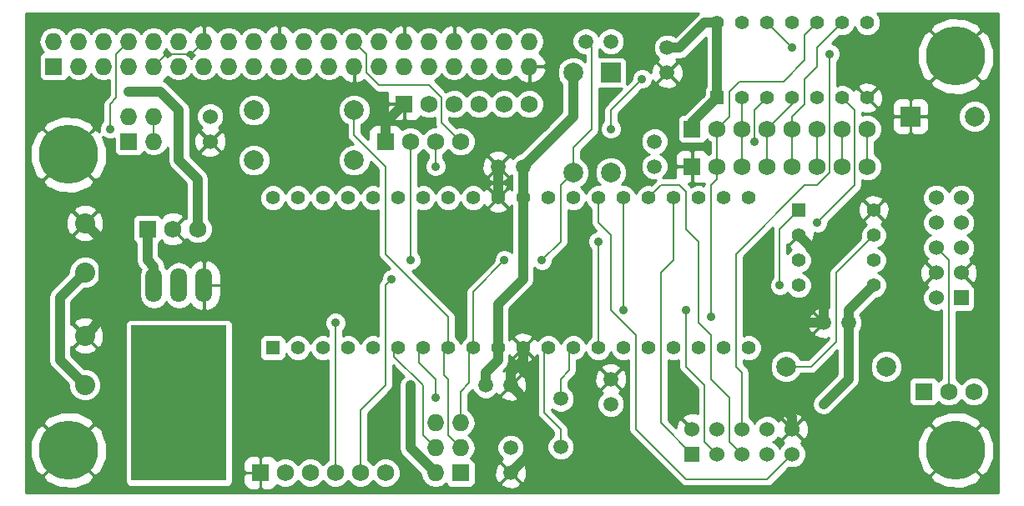
<source format=gtl>
%FSLAX34Y34*%
G04 Gerber Fmt 3.4, Leading zero omitted, Abs format*
G04 (created by PCBNEW (2014-jan-25)-product) date Sun 10 Aug 2014 09:51:49 PM PDT*
%MOIN*%
G01*
G70*
G90*
G04 APERTURE LIST*
%ADD10C,0.003937*%
%ADD11C,0.059100*%
%ADD12C,0.078700*%
%ADD13R,0.078700X0.078700*%
%ADD14C,0.060000*%
%ADD15C,0.236220*%
%ADD16R,0.068000X0.068000*%
%ADD17C,0.068000*%
%ADD18O,0.068000X0.068000*%
%ADD19C,0.080000*%
%ADD20R,0.060000X0.060000*%
%ADD21O,0.066900X0.137800*%
%ADD22R,0.380000X0.620000*%
%ADD23R,0.055000X0.055000*%
%ADD24C,0.055000*%
%ADD25C,0.035000*%
%ADD26C,0.008000*%
%ADD27C,0.040000*%
%ADD28C,0.010000*%
G04 APERTURE END LIST*
G54D10*
G54D11*
X59000Y-57000D03*
X59000Y-58000D03*
X63000Y-55250D03*
X63000Y-54250D03*
X59500Y-45750D03*
X58500Y-45750D03*
X58000Y-54500D03*
X59000Y-54500D03*
X72500Y-52000D03*
X71500Y-52000D03*
X64750Y-44750D03*
X64750Y-45750D03*
X65250Y-41000D03*
X65250Y-42000D03*
X62000Y-40750D03*
X63000Y-40750D03*
G54D12*
X63000Y-46000D03*
G54D13*
X63000Y-42000D03*
G54D14*
X47000Y-43750D03*
X47000Y-44750D03*
G54D15*
X41338Y-45275D03*
X76771Y-41338D03*
X41338Y-57086D03*
X76771Y-57086D03*
G54D16*
X75500Y-54750D03*
G54D17*
X76500Y-54750D03*
X77500Y-54750D03*
G54D16*
X43750Y-44750D03*
G54D18*
X43750Y-43750D03*
X44750Y-44750D03*
X44750Y-43750D03*
G54D19*
X42000Y-49984D03*
X42000Y-48015D03*
X42000Y-54484D03*
X42000Y-52515D03*
G54D20*
X77000Y-51000D03*
G54D14*
X76000Y-51000D03*
X77000Y-50000D03*
X76000Y-50000D03*
X77000Y-49000D03*
X76000Y-49000D03*
X77000Y-48000D03*
X76000Y-48000D03*
X77000Y-47000D03*
X76000Y-47000D03*
G54D16*
X54750Y-43250D03*
G54D17*
X55750Y-43250D03*
X56750Y-43250D03*
X57750Y-43250D03*
X58750Y-43250D03*
X59750Y-43250D03*
G54D16*
X49000Y-58000D03*
G54D17*
X50000Y-58000D03*
X51000Y-58000D03*
X52000Y-58000D03*
X53000Y-58000D03*
X54000Y-58000D03*
G54D16*
X44500Y-48250D03*
G54D17*
X45500Y-48250D03*
X46500Y-48250D03*
G54D16*
X57000Y-58000D03*
G54D18*
X56000Y-58000D03*
X57000Y-57000D03*
X56000Y-57000D03*
X57000Y-56000D03*
X56000Y-56000D03*
G54D16*
X54000Y-44750D03*
G54D17*
X55000Y-44750D03*
X56000Y-44750D03*
X57000Y-44750D03*
G54D20*
X66250Y-57250D03*
G54D14*
X66250Y-56250D03*
X67250Y-57250D03*
X67250Y-56250D03*
X68250Y-57250D03*
X68250Y-56250D03*
X69250Y-57250D03*
X69250Y-56250D03*
X70250Y-57250D03*
X70250Y-56250D03*
G54D16*
X40750Y-41750D03*
G54D18*
X40750Y-40750D03*
X41750Y-41750D03*
X41750Y-40750D03*
X42750Y-41750D03*
X42750Y-40750D03*
X43750Y-41750D03*
X43750Y-40750D03*
X44750Y-41750D03*
X44750Y-40750D03*
X45750Y-41750D03*
X45750Y-40750D03*
X46750Y-41750D03*
X46750Y-40750D03*
X47750Y-41750D03*
X47750Y-40750D03*
X48750Y-41750D03*
X48750Y-40750D03*
X49750Y-41750D03*
X49750Y-40750D03*
X50750Y-41750D03*
X50750Y-40750D03*
X51750Y-41750D03*
X51750Y-40750D03*
X52750Y-41750D03*
X52750Y-40750D03*
X53750Y-41750D03*
X53750Y-40750D03*
X54750Y-41750D03*
X54750Y-40750D03*
X55750Y-41750D03*
X55750Y-40750D03*
X56750Y-41750D03*
X56750Y-40750D03*
X57750Y-41750D03*
X57750Y-40750D03*
X58750Y-41750D03*
X58750Y-40750D03*
X59750Y-41750D03*
X59750Y-40750D03*
G54D21*
X45750Y-50500D03*
X46750Y-50500D03*
X44750Y-50500D03*
G54D22*
X45750Y-55200D03*
G54D16*
X66250Y-44250D03*
G54D17*
X67250Y-44250D03*
X68250Y-44250D03*
X69250Y-44250D03*
X70250Y-44250D03*
X71250Y-44250D03*
X72250Y-44250D03*
X73250Y-44250D03*
G54D16*
X66250Y-45750D03*
G54D17*
X67250Y-45750D03*
X68250Y-45750D03*
X69250Y-45750D03*
X70250Y-45750D03*
X71250Y-45750D03*
X72250Y-45750D03*
X73250Y-45750D03*
G54D12*
X70000Y-53750D03*
X74000Y-53750D03*
X61500Y-46000D03*
X61500Y-42000D03*
X48750Y-43500D03*
X52750Y-43500D03*
X48750Y-45500D03*
X52750Y-45500D03*
G54D13*
X74970Y-43750D03*
G54D12*
X77530Y-43750D03*
G54D23*
X67250Y-43000D03*
G54D24*
X68250Y-43000D03*
X69250Y-43000D03*
X70250Y-43000D03*
X71250Y-43000D03*
X72250Y-43000D03*
X73250Y-43000D03*
X73250Y-40000D03*
X72250Y-40000D03*
X71250Y-40000D03*
X70250Y-40000D03*
X69250Y-40000D03*
X68250Y-40000D03*
X67250Y-40000D03*
G54D23*
X70500Y-47500D03*
G54D24*
X70500Y-48500D03*
X70500Y-49500D03*
X70500Y-50500D03*
X73500Y-50500D03*
X73500Y-49500D03*
X73500Y-48500D03*
X73500Y-47500D03*
G54D23*
X49500Y-53000D03*
G54D24*
X50500Y-53000D03*
X51500Y-53000D03*
X52500Y-53000D03*
X53500Y-53000D03*
X54500Y-53000D03*
X55500Y-53000D03*
X56500Y-53000D03*
X57500Y-53000D03*
X58500Y-53000D03*
X59500Y-53000D03*
X60500Y-53000D03*
X61500Y-53000D03*
X62500Y-53000D03*
X63500Y-53000D03*
X64500Y-53000D03*
X65500Y-53000D03*
X66500Y-53000D03*
X67500Y-53000D03*
X68500Y-53000D03*
X68500Y-47000D03*
X67500Y-47000D03*
X66500Y-47000D03*
X65500Y-47000D03*
X64500Y-47000D03*
X63500Y-47000D03*
X62500Y-47000D03*
X61500Y-47000D03*
X60500Y-47000D03*
X59500Y-47000D03*
X58500Y-47000D03*
X57500Y-47000D03*
X56500Y-47000D03*
X55500Y-47000D03*
X54500Y-47000D03*
X53500Y-47000D03*
X52500Y-47000D03*
X51500Y-47000D03*
X50500Y-47000D03*
X49500Y-47000D03*
G54D11*
X61000Y-56961D03*
X61000Y-55039D03*
G54D25*
X46250Y-42750D03*
X58750Y-49500D03*
X60250Y-49500D03*
X71500Y-55250D03*
X55000Y-54500D03*
X43750Y-42750D03*
X56000Y-55000D03*
X66000Y-51500D03*
X63500Y-51500D03*
X69750Y-50500D03*
X71250Y-48000D03*
X62500Y-48750D03*
X54250Y-50250D03*
X55000Y-49500D03*
X43000Y-44250D03*
X56000Y-45750D03*
X70250Y-41000D03*
X64250Y-42250D03*
X63000Y-44250D03*
X68750Y-44750D03*
X71750Y-41250D03*
X67000Y-51750D03*
X52000Y-52000D03*
G54D26*
X61000Y-56250D02*
X60350Y-55600D01*
X60350Y-55600D02*
X60350Y-53000D01*
X61000Y-56961D02*
X61000Y-56250D01*
G54D27*
X42750Y-51765D02*
X42750Y-48765D01*
X42750Y-48765D02*
X42000Y-48015D01*
X42000Y-52515D02*
X42750Y-51765D01*
X71500Y-49500D02*
X70500Y-48500D01*
X71500Y-52000D02*
X71500Y-49500D01*
X70250Y-55750D02*
X69250Y-54750D01*
X69250Y-54750D02*
X69250Y-52750D01*
X69250Y-52750D02*
X70000Y-52000D01*
X70000Y-52000D02*
X71500Y-52000D01*
X70250Y-56250D02*
X70250Y-55750D01*
X59750Y-57250D02*
X59750Y-55250D01*
X59750Y-55250D02*
X59000Y-54500D01*
X59000Y-58000D02*
X59750Y-57250D01*
X58500Y-47000D02*
X58500Y-45750D01*
X59500Y-53500D02*
X59500Y-53000D01*
X59000Y-54000D02*
X59500Y-53500D01*
X59000Y-54500D02*
X59000Y-54000D01*
X54000Y-44000D02*
X54750Y-43250D01*
X54000Y-44750D02*
X54000Y-44000D01*
G54D26*
X45250Y-41250D02*
X46250Y-41250D01*
X46250Y-41250D02*
X46750Y-40750D01*
X44750Y-41750D02*
X45250Y-41250D01*
X61000Y-54250D02*
X61350Y-53900D01*
X61350Y-53900D02*
X61350Y-53000D01*
X61000Y-55039D02*
X61000Y-54250D01*
X57000Y-54750D02*
X57350Y-54400D01*
X57350Y-54400D02*
X57350Y-53000D01*
X57000Y-56000D02*
X57000Y-54750D01*
X61500Y-45000D02*
X62250Y-44250D01*
X62250Y-44250D02*
X62250Y-41000D01*
X62250Y-41000D02*
X62000Y-40750D01*
X61500Y-46000D02*
X61500Y-45000D01*
X57500Y-50750D02*
X58750Y-49500D01*
X60250Y-49500D02*
X61000Y-48750D01*
X61000Y-48750D02*
X61000Y-46500D01*
X61000Y-46500D02*
X61500Y-46000D01*
X57500Y-53000D02*
X57500Y-50750D01*
G54D27*
X61500Y-43750D02*
X61500Y-42000D01*
X59500Y-45750D02*
X61500Y-43750D01*
X67250Y-43000D02*
X67250Y-40000D01*
X66250Y-44000D02*
X67250Y-43000D01*
X66250Y-44250D02*
X66250Y-44000D01*
X72500Y-51500D02*
X73500Y-50500D01*
X72500Y-52000D02*
X72500Y-51500D01*
X71500Y-55250D02*
X72500Y-54250D01*
X72500Y-54250D02*
X72500Y-52000D01*
X55000Y-57000D02*
X55000Y-54500D01*
X56000Y-58000D02*
X55000Y-57000D01*
X59500Y-47000D02*
X59500Y-45750D01*
X58000Y-54000D02*
X58500Y-53500D01*
X58500Y-53500D02*
X58500Y-53000D01*
X58000Y-54500D02*
X58000Y-54000D01*
X46500Y-46250D02*
X45750Y-45500D01*
X46500Y-48250D02*
X46500Y-46250D01*
X58500Y-51250D02*
X59500Y-50250D01*
X59500Y-50250D02*
X59500Y-47000D01*
X58500Y-53000D02*
X58500Y-51250D01*
X65750Y-41000D02*
X66750Y-40000D01*
X66750Y-40000D02*
X67250Y-40000D01*
X65250Y-41000D02*
X65750Y-41000D01*
X45750Y-43500D02*
X45000Y-42750D01*
X45000Y-42750D02*
X43750Y-42750D01*
X45750Y-45500D02*
X45750Y-43500D01*
G54D26*
X44750Y-44750D02*
X44750Y-43750D01*
G54D27*
X44750Y-49750D02*
X44500Y-49500D01*
X44500Y-49500D02*
X44500Y-48250D01*
X44750Y-50500D02*
X44750Y-49750D01*
G54D26*
X55350Y-53600D02*
X56000Y-54250D01*
X56000Y-54250D02*
X56000Y-55000D01*
X55350Y-53000D02*
X55350Y-53600D01*
X56500Y-56500D02*
X56500Y-54250D01*
X56500Y-54250D02*
X56350Y-54100D01*
X56350Y-54100D02*
X56350Y-53000D01*
X57000Y-57000D02*
X56500Y-56500D01*
X56500Y-51750D02*
X54000Y-49250D01*
X54000Y-49250D02*
X54000Y-45750D01*
X54000Y-45750D02*
X52750Y-44500D01*
X52750Y-44500D02*
X52750Y-43500D01*
X56500Y-53000D02*
X56500Y-51750D01*
X55500Y-54500D02*
X54350Y-53350D01*
X54350Y-53350D02*
X54350Y-53000D01*
X56000Y-57000D02*
X55500Y-56500D01*
X55500Y-56500D02*
X55500Y-54500D01*
X65000Y-56000D02*
X65000Y-50000D01*
X65000Y-50000D02*
X65500Y-49500D01*
X65500Y-49500D02*
X65500Y-47000D01*
X66250Y-57250D02*
X65000Y-56000D01*
X66750Y-56750D02*
X66750Y-54500D01*
X66750Y-54500D02*
X66000Y-53750D01*
X66000Y-53750D02*
X66000Y-51500D01*
X63500Y-51500D02*
X63500Y-47000D01*
X67250Y-57250D02*
X66750Y-56750D01*
X67750Y-56750D02*
X67750Y-55000D01*
X67750Y-55000D02*
X67000Y-54250D01*
X67000Y-54250D02*
X67000Y-52500D01*
X67000Y-52500D02*
X66500Y-52000D01*
X66500Y-52000D02*
X66500Y-48750D01*
X66500Y-48750D02*
X66000Y-48250D01*
X66000Y-48250D02*
X66000Y-46750D01*
X66000Y-46750D02*
X65750Y-46500D01*
X65750Y-46500D02*
X65000Y-46500D01*
X65000Y-46500D02*
X64500Y-47000D01*
X68250Y-57250D02*
X67750Y-56750D01*
X62500Y-48000D02*
X63000Y-48500D01*
X63000Y-48500D02*
X63000Y-51500D01*
X63000Y-51500D02*
X64000Y-52500D01*
X64000Y-52500D02*
X64000Y-56250D01*
X64000Y-56250D02*
X66000Y-58250D01*
X66000Y-58250D02*
X69250Y-58250D01*
X69250Y-58250D02*
X70250Y-57250D01*
X62500Y-47000D02*
X62500Y-48000D01*
X69750Y-50500D02*
X69750Y-48250D01*
X69750Y-48250D02*
X70500Y-47500D01*
X62500Y-48750D02*
X62500Y-53000D01*
X72750Y-46500D02*
X72750Y-43500D01*
X72750Y-43500D02*
X72250Y-43000D01*
X71250Y-48000D02*
X72750Y-46500D01*
X73250Y-45750D02*
X73250Y-44250D01*
X53000Y-55500D02*
X53000Y-58000D01*
X54000Y-54500D02*
X53000Y-55500D01*
X54000Y-50500D02*
X54000Y-54500D01*
X54250Y-50250D02*
X54000Y-50500D01*
X55000Y-44750D02*
X55000Y-49500D01*
X43750Y-40750D02*
X43250Y-41250D01*
X43250Y-41250D02*
X43250Y-43000D01*
X43250Y-43000D02*
X43000Y-43250D01*
X43000Y-43250D02*
X43000Y-44250D01*
X71250Y-44250D02*
X71250Y-45750D01*
X56000Y-45750D02*
X56000Y-44750D01*
X72250Y-44250D02*
X72250Y-45750D01*
X72250Y-44250D02*
X72250Y-44000D01*
X70250Y-41000D02*
X69250Y-40000D01*
X64250Y-42250D02*
X63000Y-43500D01*
X63000Y-43500D02*
X63000Y-44250D01*
X56250Y-44000D02*
X56250Y-43000D01*
X56250Y-43000D02*
X55750Y-42500D01*
X55750Y-42500D02*
X53750Y-42500D01*
X53750Y-42500D02*
X53250Y-42000D01*
X53250Y-42000D02*
X53250Y-41250D01*
X53250Y-41250D02*
X52750Y-40750D01*
X57000Y-44750D02*
X56250Y-44000D01*
X76500Y-49500D02*
X76000Y-49000D01*
X76500Y-54750D02*
X76500Y-49500D01*
X71000Y-53750D02*
X72000Y-52750D01*
X72000Y-52750D02*
X72000Y-50000D01*
X72000Y-50000D02*
X73500Y-48500D01*
X70000Y-53750D02*
X71000Y-53750D01*
G54D27*
X41000Y-53484D02*
X41000Y-50984D01*
X41000Y-50984D02*
X42000Y-49984D01*
X42000Y-54484D02*
X41000Y-53484D01*
G54D26*
X68750Y-44750D02*
X68750Y-43500D01*
X68750Y-43500D02*
X69250Y-43000D01*
X68250Y-54000D02*
X68000Y-53750D01*
X68000Y-53750D02*
X68000Y-49250D01*
X68000Y-49250D02*
X70750Y-46500D01*
X68250Y-56250D02*
X68250Y-54000D01*
X71750Y-46000D02*
X71250Y-46500D01*
X71250Y-46500D02*
X70750Y-46500D01*
X71750Y-41250D02*
X71750Y-46000D01*
X67250Y-44250D02*
X67250Y-45750D01*
X67250Y-46250D02*
X67000Y-46500D01*
X67000Y-46500D02*
X67000Y-51750D01*
X52000Y-52000D02*
X52000Y-58000D01*
X67250Y-45750D02*
X67250Y-46250D01*
X67250Y-44250D02*
X67725Y-43775D01*
X70750Y-40500D02*
X70750Y-41500D01*
X71250Y-40000D02*
X70750Y-40500D01*
X67725Y-42775D02*
X68150Y-42350D01*
X68150Y-42350D02*
X69900Y-42350D01*
X69900Y-42350D02*
X70750Y-41500D01*
X67725Y-43775D02*
X67725Y-42775D01*
X68250Y-44250D02*
X68250Y-45750D01*
X68250Y-44250D02*
X68250Y-43000D01*
X69250Y-44250D02*
X69250Y-45750D01*
X70250Y-43250D02*
X70250Y-43000D01*
X70250Y-43250D02*
X70250Y-43000D01*
X69250Y-44250D02*
X70250Y-43250D01*
X70250Y-44250D02*
X70250Y-45750D01*
X70250Y-43750D02*
X70750Y-43250D01*
X70750Y-43250D02*
X70750Y-42250D01*
X70750Y-42250D02*
X71250Y-41750D01*
X71250Y-41750D02*
X71250Y-41000D01*
X71250Y-41000D02*
X72250Y-40000D01*
X70250Y-44250D02*
X70250Y-43750D01*
G54D28*
G36*
X44767Y-41760D02*
X44760Y-41760D01*
X44760Y-41767D01*
X44740Y-41767D01*
X44740Y-41760D01*
X44732Y-41760D01*
X44732Y-41740D01*
X44740Y-41740D01*
X44740Y-41732D01*
X44760Y-41732D01*
X44760Y-41740D01*
X44767Y-41740D01*
X44767Y-41760D01*
X44767Y-41760D01*
G37*
X44767Y-41760D02*
X44760Y-41760D01*
X44760Y-41767D01*
X44740Y-41767D01*
X44740Y-41760D01*
X44732Y-41760D01*
X44732Y-41740D01*
X44740Y-41740D01*
X44740Y-41732D01*
X44760Y-41732D01*
X44760Y-41740D01*
X44767Y-41740D01*
X44767Y-41760D01*
G36*
X45445Y-41250D02*
X45321Y-41332D01*
X45310Y-41349D01*
X45143Y-41190D01*
X45178Y-41167D01*
X45250Y-41060D01*
X45321Y-41167D01*
X45445Y-41250D01*
X45445Y-41250D01*
G37*
X45445Y-41250D02*
X45321Y-41332D01*
X45310Y-41349D01*
X45143Y-41190D01*
X45178Y-41167D01*
X45250Y-41060D01*
X45321Y-41167D01*
X45445Y-41250D01*
G36*
X46356Y-41309D02*
X46321Y-41332D01*
X46250Y-41439D01*
X46178Y-41332D01*
X46054Y-41250D01*
X46178Y-41167D01*
X46189Y-41150D01*
X46356Y-41309D01*
X46356Y-41309D01*
G37*
X46356Y-41309D02*
X46321Y-41332D01*
X46250Y-41439D01*
X46178Y-41332D01*
X46054Y-41250D01*
X46178Y-41167D01*
X46189Y-41150D01*
X46356Y-41309D01*
G36*
X56017Y-56010D02*
X56010Y-56010D01*
X56010Y-56017D01*
X55990Y-56017D01*
X55990Y-56010D01*
X55982Y-56010D01*
X55982Y-55990D01*
X55990Y-55990D01*
X55990Y-55982D01*
X56010Y-55982D01*
X56010Y-55990D01*
X56017Y-55990D01*
X56017Y-56010D01*
X56017Y-56010D01*
G37*
X56017Y-56010D02*
X56010Y-56010D01*
X56010Y-56017D01*
X55990Y-56017D01*
X55990Y-56010D01*
X55982Y-56010D01*
X55982Y-55990D01*
X55990Y-55990D01*
X55990Y-55982D01*
X56010Y-55982D01*
X56010Y-55990D01*
X56017Y-55990D01*
X56017Y-56010D01*
G36*
X66460Y-55632D02*
X66394Y-55603D01*
X66136Y-55597D01*
X65895Y-55690D01*
X65868Y-55708D01*
X65850Y-55836D01*
X66250Y-56235D01*
X66255Y-56230D01*
X66269Y-56244D01*
X66264Y-56250D01*
X66269Y-56255D01*
X66255Y-56269D01*
X66250Y-56264D01*
X66244Y-56269D01*
X66230Y-56255D01*
X66235Y-56250D01*
X65836Y-55850D01*
X65708Y-55868D01*
X65603Y-56105D01*
X65601Y-56191D01*
X65290Y-55879D01*
X65290Y-53481D01*
X65395Y-53524D01*
X65603Y-53525D01*
X65710Y-53481D01*
X65710Y-53750D01*
X65732Y-53860D01*
X65794Y-53955D01*
X66460Y-54620D01*
X66460Y-55632D01*
X66460Y-55632D01*
G37*
X66460Y-55632D02*
X66394Y-55603D01*
X66136Y-55597D01*
X65895Y-55690D01*
X65868Y-55708D01*
X65850Y-55836D01*
X66250Y-56235D01*
X66255Y-56230D01*
X66269Y-56244D01*
X66264Y-56250D01*
X66269Y-56255D01*
X66255Y-56269D01*
X66250Y-56264D01*
X66244Y-56269D01*
X66230Y-56255D01*
X66235Y-56250D01*
X65836Y-55850D01*
X65708Y-55868D01*
X65603Y-56105D01*
X65601Y-56191D01*
X65290Y-55879D01*
X65290Y-53481D01*
X65395Y-53524D01*
X65603Y-53525D01*
X65710Y-53481D01*
X65710Y-53750D01*
X65732Y-53860D01*
X65794Y-53955D01*
X66460Y-54620D01*
X66460Y-55632D01*
G36*
X78480Y-58795D02*
X78311Y-58795D01*
X78311Y-56832D01*
X78311Y-41084D01*
X78097Y-40514D01*
X78040Y-40429D01*
X77820Y-40303D01*
X77806Y-40317D01*
X77806Y-40289D01*
X77681Y-40069D01*
X77126Y-39818D01*
X76517Y-39798D01*
X75947Y-40012D01*
X75862Y-40069D01*
X75736Y-40289D01*
X76771Y-41324D01*
X77806Y-40289D01*
X77806Y-40317D01*
X76785Y-41338D01*
X77820Y-42373D01*
X78040Y-42248D01*
X78291Y-41693D01*
X78311Y-41084D01*
X78311Y-56832D01*
X78173Y-56464D01*
X78173Y-43622D01*
X78075Y-43385D01*
X77894Y-43204D01*
X77806Y-43168D01*
X77806Y-42387D01*
X76771Y-41352D01*
X76757Y-41366D01*
X76757Y-41338D01*
X75722Y-40303D01*
X75502Y-40429D01*
X75251Y-40983D01*
X75231Y-41592D01*
X75445Y-42162D01*
X75502Y-42248D01*
X75722Y-42373D01*
X76757Y-41338D01*
X76757Y-41366D01*
X75736Y-42387D01*
X75862Y-42607D01*
X76416Y-42858D01*
X77025Y-42878D01*
X77595Y-42664D01*
X77681Y-42607D01*
X77806Y-42387D01*
X77806Y-43168D01*
X77658Y-43106D01*
X77402Y-43106D01*
X77165Y-43204D01*
X76984Y-43385D01*
X76886Y-43621D01*
X76886Y-43877D01*
X76984Y-44114D01*
X77165Y-44295D01*
X77401Y-44393D01*
X77657Y-44393D01*
X77894Y-44295D01*
X78075Y-44114D01*
X78173Y-43878D01*
X78173Y-43622D01*
X78173Y-56464D01*
X78097Y-56262D01*
X78090Y-56251D01*
X78090Y-54633D01*
X78000Y-54416D01*
X77834Y-54250D01*
X77652Y-54174D01*
X77652Y-49886D01*
X77559Y-49645D01*
X77541Y-49618D01*
X77413Y-49600D01*
X77014Y-50000D01*
X77413Y-50399D01*
X77541Y-50381D01*
X77646Y-50144D01*
X77652Y-49886D01*
X77652Y-54174D01*
X77617Y-54160D01*
X77383Y-54159D01*
X77166Y-54249D01*
X77000Y-54415D01*
X76999Y-54415D01*
X76834Y-54250D01*
X76790Y-54231D01*
X76790Y-51550D01*
X77349Y-51550D01*
X77441Y-51511D01*
X77511Y-51441D01*
X77550Y-51349D01*
X77550Y-51250D01*
X77550Y-50650D01*
X77511Y-50558D01*
X77441Y-50488D01*
X77391Y-50467D01*
X77399Y-50413D01*
X77000Y-50014D01*
X76994Y-50019D01*
X76980Y-50005D01*
X76985Y-50000D01*
X76980Y-49994D01*
X76994Y-49980D01*
X77000Y-49985D01*
X77399Y-49586D01*
X77381Y-49458D01*
X77338Y-49439D01*
X77465Y-49311D01*
X77549Y-49109D01*
X77550Y-48891D01*
X77466Y-48688D01*
X77311Y-48534D01*
X77230Y-48500D01*
X77311Y-48466D01*
X77465Y-48311D01*
X77549Y-48109D01*
X77550Y-47891D01*
X77466Y-47688D01*
X77311Y-47534D01*
X77230Y-47500D01*
X77311Y-47466D01*
X77465Y-47311D01*
X77549Y-47109D01*
X77550Y-46891D01*
X77466Y-46688D01*
X77311Y-46534D01*
X77109Y-46450D01*
X76891Y-46449D01*
X76688Y-46533D01*
X76534Y-46688D01*
X76500Y-46769D01*
X76466Y-46688D01*
X76311Y-46534D01*
X76109Y-46450D01*
X75891Y-46449D01*
X75713Y-46523D01*
X75713Y-44213D01*
X75713Y-44073D01*
X75713Y-43847D01*
X75713Y-43652D01*
X75713Y-43426D01*
X75713Y-43286D01*
X75660Y-43158D01*
X75561Y-43059D01*
X75433Y-43006D01*
X75067Y-43006D01*
X74980Y-43094D01*
X74980Y-43740D01*
X75626Y-43740D01*
X75713Y-43652D01*
X75713Y-43847D01*
X75626Y-43760D01*
X74980Y-43760D01*
X74980Y-44406D01*
X75067Y-44493D01*
X75433Y-44493D01*
X75561Y-44440D01*
X75660Y-44341D01*
X75713Y-44213D01*
X75713Y-46523D01*
X75688Y-46533D01*
X75534Y-46688D01*
X75450Y-46890D01*
X75449Y-47108D01*
X75533Y-47311D01*
X75688Y-47465D01*
X75769Y-47499D01*
X75688Y-47533D01*
X75534Y-47688D01*
X75450Y-47890D01*
X75449Y-48108D01*
X75533Y-48311D01*
X75688Y-48465D01*
X75769Y-48499D01*
X75688Y-48533D01*
X75534Y-48688D01*
X75450Y-48890D01*
X75449Y-49108D01*
X75533Y-49311D01*
X75657Y-49435D01*
X75645Y-49440D01*
X75618Y-49458D01*
X75600Y-49586D01*
X76000Y-49985D01*
X76005Y-49980D01*
X76019Y-49994D01*
X76014Y-50000D01*
X76019Y-50005D01*
X76005Y-50019D01*
X76000Y-50014D01*
X75985Y-50028D01*
X75985Y-50000D01*
X75586Y-49600D01*
X75458Y-49618D01*
X75353Y-49855D01*
X75347Y-50113D01*
X75440Y-50354D01*
X75458Y-50381D01*
X75586Y-50399D01*
X75985Y-50000D01*
X75985Y-50028D01*
X75600Y-50413D01*
X75618Y-50541D01*
X75661Y-50560D01*
X75534Y-50688D01*
X75450Y-50890D01*
X75449Y-51108D01*
X75533Y-51311D01*
X75688Y-51465D01*
X75890Y-51549D01*
X76108Y-51550D01*
X76210Y-51508D01*
X76210Y-54231D01*
X76166Y-54249D01*
X76079Y-54335D01*
X76051Y-54268D01*
X75981Y-54198D01*
X75889Y-54160D01*
X75790Y-54160D01*
X75110Y-54160D01*
X75018Y-54198D01*
X74960Y-54256D01*
X74960Y-44406D01*
X74960Y-43760D01*
X74960Y-43740D01*
X74960Y-43094D01*
X74872Y-43006D01*
X74506Y-43006D01*
X74378Y-43059D01*
X74279Y-43158D01*
X74226Y-43286D01*
X74226Y-43426D01*
X74226Y-43652D01*
X74314Y-43740D01*
X74960Y-43740D01*
X74960Y-43760D01*
X74314Y-43760D01*
X74226Y-43847D01*
X74226Y-44073D01*
X74226Y-44213D01*
X74279Y-44341D01*
X74378Y-44440D01*
X74506Y-44493D01*
X74872Y-44493D01*
X74960Y-44406D01*
X74960Y-54256D01*
X74948Y-54268D01*
X74910Y-54360D01*
X74910Y-54459D01*
X74910Y-55139D01*
X74948Y-55231D01*
X75018Y-55301D01*
X75110Y-55340D01*
X75209Y-55340D01*
X75889Y-55340D01*
X75981Y-55301D01*
X76051Y-55231D01*
X76079Y-55164D01*
X76165Y-55249D01*
X76382Y-55339D01*
X76616Y-55340D01*
X76833Y-55250D01*
X76999Y-55084D01*
X77000Y-55084D01*
X77165Y-55249D01*
X77382Y-55339D01*
X77616Y-55340D01*
X77833Y-55250D01*
X77999Y-55084D01*
X78089Y-54867D01*
X78090Y-54633D01*
X78090Y-56251D01*
X78040Y-56177D01*
X77820Y-56051D01*
X77806Y-56065D01*
X77806Y-56037D01*
X77681Y-55817D01*
X77126Y-55566D01*
X76517Y-55546D01*
X75947Y-55760D01*
X75862Y-55817D01*
X75736Y-56037D01*
X76771Y-57072D01*
X77806Y-56037D01*
X77806Y-56065D01*
X76785Y-57086D01*
X77820Y-58121D01*
X78040Y-57996D01*
X78291Y-57441D01*
X78311Y-56832D01*
X78311Y-58795D01*
X77806Y-58795D01*
X77806Y-58135D01*
X76771Y-57100D01*
X76757Y-57114D01*
X76757Y-57086D01*
X75722Y-56051D01*
X75502Y-56177D01*
X75251Y-56731D01*
X75231Y-57340D01*
X75445Y-57910D01*
X75502Y-57996D01*
X75722Y-58121D01*
X76757Y-57086D01*
X76757Y-57114D01*
X75736Y-58135D01*
X75862Y-58355D01*
X76416Y-58606D01*
X77025Y-58626D01*
X77595Y-58412D01*
X77681Y-58355D01*
X77806Y-58135D01*
X77806Y-58795D01*
X74643Y-58795D01*
X74643Y-53622D01*
X74545Y-53385D01*
X74364Y-53204D01*
X74128Y-53106D01*
X74127Y-53106D01*
X74127Y-47390D01*
X74038Y-47158D01*
X74021Y-47133D01*
X73895Y-47118D01*
X73881Y-47132D01*
X73881Y-47104D01*
X73877Y-47072D01*
X73877Y-42890D01*
X73788Y-42658D01*
X73771Y-42633D01*
X73645Y-42618D01*
X73631Y-42632D01*
X73631Y-42604D01*
X73616Y-42478D01*
X73389Y-42378D01*
X73140Y-42372D01*
X72908Y-42461D01*
X72883Y-42478D01*
X72868Y-42604D01*
X73250Y-42985D01*
X73631Y-42604D01*
X73631Y-42632D01*
X73264Y-43000D01*
X73645Y-43381D01*
X73771Y-43366D01*
X73871Y-43139D01*
X73877Y-42890D01*
X73877Y-47072D01*
X73866Y-46978D01*
X73639Y-46878D01*
X73390Y-46872D01*
X73158Y-46961D01*
X73133Y-46978D01*
X73118Y-47104D01*
X73500Y-47485D01*
X73881Y-47104D01*
X73881Y-47132D01*
X73514Y-47500D01*
X73895Y-47881D01*
X74021Y-47866D01*
X74121Y-47639D01*
X74127Y-47390D01*
X74127Y-53106D01*
X74025Y-53106D01*
X74025Y-50396D01*
X73945Y-50203D01*
X73797Y-50055D01*
X73664Y-49999D01*
X73797Y-49945D01*
X73944Y-49797D01*
X74024Y-49604D01*
X74025Y-49396D01*
X73945Y-49203D01*
X73797Y-49055D01*
X73664Y-48999D01*
X73797Y-48945D01*
X73944Y-48797D01*
X74024Y-48604D01*
X74025Y-48396D01*
X73945Y-48203D01*
X73797Y-48055D01*
X73797Y-48055D01*
X73841Y-48038D01*
X73866Y-48021D01*
X73881Y-47895D01*
X73500Y-47514D01*
X73485Y-47528D01*
X73485Y-47500D01*
X73104Y-47118D01*
X72978Y-47133D01*
X72878Y-47360D01*
X72872Y-47609D01*
X72961Y-47841D01*
X72978Y-47866D01*
X73104Y-47881D01*
X73485Y-47500D01*
X73485Y-47528D01*
X73118Y-47895D01*
X73133Y-48021D01*
X73206Y-48053D01*
X73203Y-48054D01*
X73055Y-48202D01*
X72975Y-48395D01*
X72974Y-48603D01*
X72978Y-48611D01*
X71794Y-49794D01*
X71732Y-49889D01*
X71710Y-50000D01*
X71710Y-51387D01*
X71643Y-51357D01*
X71387Y-51351D01*
X71147Y-51444D01*
X71121Y-51461D01*
X71103Y-51589D01*
X71500Y-51985D01*
X71505Y-51980D01*
X71519Y-51994D01*
X71514Y-52000D01*
X71519Y-52005D01*
X71505Y-52019D01*
X71500Y-52014D01*
X71485Y-52028D01*
X71485Y-52000D01*
X71089Y-51603D01*
X70961Y-51621D01*
X70857Y-51856D01*
X70851Y-52112D01*
X70944Y-52352D01*
X70961Y-52378D01*
X71089Y-52396D01*
X71485Y-52000D01*
X71485Y-52028D01*
X71103Y-52410D01*
X71121Y-52538D01*
X71356Y-52642D01*
X71612Y-52648D01*
X71710Y-52610D01*
X71710Y-52629D01*
X70879Y-53460D01*
X70576Y-53460D01*
X70545Y-53385D01*
X70364Y-53204D01*
X70128Y-53106D01*
X69872Y-53106D01*
X69635Y-53204D01*
X69454Y-53385D01*
X69356Y-53621D01*
X69356Y-53877D01*
X69454Y-54114D01*
X69635Y-54295D01*
X69871Y-54393D01*
X70127Y-54393D01*
X70364Y-54295D01*
X70545Y-54114D01*
X70576Y-54040D01*
X71000Y-54040D01*
X71110Y-54017D01*
X71205Y-53955D01*
X72050Y-53110D01*
X72050Y-54063D01*
X71181Y-54931D01*
X71084Y-55077D01*
X71050Y-55250D01*
X71084Y-55422D01*
X71181Y-55568D01*
X71327Y-55665D01*
X71500Y-55700D01*
X71672Y-55665D01*
X71818Y-55568D01*
X72818Y-54568D01*
X72915Y-54422D01*
X72950Y-54250D01*
X72950Y-52321D01*
X72962Y-52309D01*
X73045Y-52108D01*
X73045Y-51891D01*
X72962Y-51691D01*
X72953Y-51682D01*
X73616Y-51019D01*
X73797Y-50945D01*
X73944Y-50797D01*
X74024Y-50604D01*
X74025Y-50396D01*
X74025Y-53106D01*
X73872Y-53106D01*
X73635Y-53204D01*
X73454Y-53385D01*
X73356Y-53621D01*
X73356Y-53877D01*
X73454Y-54114D01*
X73635Y-54295D01*
X73871Y-54393D01*
X74127Y-54393D01*
X74364Y-54295D01*
X74545Y-54114D01*
X74643Y-53878D01*
X74643Y-53622D01*
X74643Y-58795D01*
X70902Y-58795D01*
X70902Y-56136D01*
X70809Y-55895D01*
X70791Y-55868D01*
X70663Y-55850D01*
X70649Y-55864D01*
X70649Y-55836D01*
X70631Y-55708D01*
X70394Y-55603D01*
X70136Y-55597D01*
X69895Y-55690D01*
X69868Y-55708D01*
X69850Y-55836D01*
X70250Y-56235D01*
X70649Y-55836D01*
X70649Y-55864D01*
X70264Y-56250D01*
X70663Y-56649D01*
X70791Y-56631D01*
X70896Y-56394D01*
X70902Y-56136D01*
X70902Y-58795D01*
X63648Y-58795D01*
X63648Y-54137D01*
X63555Y-53897D01*
X63538Y-53871D01*
X63410Y-53853D01*
X63396Y-53867D01*
X63396Y-53839D01*
X63378Y-53711D01*
X63143Y-53607D01*
X62887Y-53601D01*
X62647Y-53694D01*
X62621Y-53711D01*
X62603Y-53839D01*
X63000Y-54235D01*
X63396Y-53839D01*
X63396Y-53867D01*
X63014Y-54250D01*
X63410Y-54646D01*
X63538Y-54628D01*
X63642Y-54393D01*
X63648Y-54137D01*
X63648Y-58795D01*
X63545Y-58795D01*
X63545Y-55141D01*
X63462Y-54941D01*
X63334Y-54812D01*
X63352Y-54805D01*
X63378Y-54788D01*
X63396Y-54660D01*
X63000Y-54264D01*
X62985Y-54278D01*
X62985Y-54250D01*
X62589Y-53853D01*
X62461Y-53871D01*
X62357Y-54106D01*
X62351Y-54362D01*
X62444Y-54602D01*
X62461Y-54628D01*
X62589Y-54646D01*
X62985Y-54250D01*
X62985Y-54278D01*
X62603Y-54660D01*
X62621Y-54788D01*
X62669Y-54809D01*
X62537Y-54940D01*
X62454Y-55141D01*
X62454Y-55358D01*
X62537Y-55558D01*
X62690Y-55712D01*
X62891Y-55795D01*
X63108Y-55795D01*
X63308Y-55712D01*
X63462Y-55559D01*
X63545Y-55358D01*
X63545Y-55141D01*
X63545Y-58795D01*
X59881Y-58795D01*
X59881Y-53395D01*
X59500Y-53014D01*
X59118Y-53395D01*
X59133Y-53521D01*
X59360Y-53621D01*
X59609Y-53627D01*
X59841Y-53538D01*
X59866Y-53521D01*
X59881Y-53395D01*
X59881Y-58795D01*
X59648Y-58795D01*
X59648Y-57887D01*
X59648Y-54387D01*
X59555Y-54147D01*
X59538Y-54121D01*
X59410Y-54103D01*
X59014Y-54500D01*
X59410Y-54896D01*
X59538Y-54878D01*
X59642Y-54643D01*
X59648Y-54387D01*
X59648Y-57887D01*
X59555Y-57647D01*
X59545Y-57632D01*
X59545Y-56891D01*
X59462Y-56691D01*
X59396Y-56624D01*
X59396Y-54910D01*
X59000Y-54514D01*
X58603Y-54910D01*
X58621Y-55038D01*
X58856Y-55142D01*
X59112Y-55148D01*
X59352Y-55055D01*
X59378Y-55038D01*
X59396Y-54910D01*
X59396Y-56624D01*
X59309Y-56537D01*
X59108Y-56454D01*
X58891Y-56454D01*
X58691Y-56537D01*
X58537Y-56690D01*
X58454Y-56891D01*
X58454Y-57108D01*
X58537Y-57308D01*
X58665Y-57437D01*
X58647Y-57444D01*
X58621Y-57461D01*
X58603Y-57589D01*
X59000Y-57985D01*
X59396Y-57589D01*
X59378Y-57461D01*
X59330Y-57440D01*
X59462Y-57309D01*
X59545Y-57108D01*
X59545Y-56891D01*
X59545Y-57632D01*
X59538Y-57621D01*
X59410Y-57603D01*
X59014Y-58000D01*
X59410Y-58396D01*
X59538Y-58378D01*
X59642Y-58143D01*
X59648Y-57887D01*
X59648Y-58795D01*
X59396Y-58795D01*
X59396Y-58410D01*
X59000Y-58014D01*
X58985Y-58028D01*
X58985Y-58000D01*
X58589Y-57603D01*
X58461Y-57621D01*
X58357Y-57856D01*
X58351Y-58112D01*
X58444Y-58352D01*
X58461Y-58378D01*
X58589Y-58396D01*
X58985Y-58000D01*
X58985Y-58028D01*
X58603Y-58410D01*
X58621Y-58538D01*
X58856Y-58642D01*
X59112Y-58648D01*
X59352Y-58555D01*
X59378Y-58538D01*
X59396Y-58410D01*
X59396Y-58795D01*
X48990Y-58795D01*
X48990Y-58602D01*
X48990Y-58010D01*
X48990Y-57990D01*
X48990Y-57397D01*
X48902Y-57310D01*
X48590Y-57310D01*
X48461Y-57363D01*
X48363Y-57461D01*
X48310Y-57590D01*
X48310Y-57729D01*
X48310Y-57902D01*
X48397Y-57990D01*
X48990Y-57990D01*
X48990Y-58010D01*
X48397Y-58010D01*
X48310Y-58097D01*
X48310Y-58270D01*
X48310Y-58409D01*
X48363Y-58538D01*
X48461Y-58636D01*
X48590Y-58690D01*
X48902Y-58690D01*
X48990Y-58602D01*
X48990Y-58795D01*
X47900Y-58795D01*
X47900Y-58349D01*
X47900Y-58250D01*
X47900Y-52050D01*
X47861Y-51958D01*
X47791Y-51888D01*
X47699Y-51850D01*
X47652Y-51850D01*
X47652Y-44636D01*
X47559Y-44395D01*
X47550Y-44380D01*
X47550Y-43641D01*
X47466Y-43438D01*
X47311Y-43284D01*
X47109Y-43200D01*
X46891Y-43199D01*
X46688Y-43283D01*
X46534Y-43438D01*
X46450Y-43640D01*
X46449Y-43858D01*
X46533Y-44061D01*
X46657Y-44185D01*
X46645Y-44190D01*
X46618Y-44208D01*
X46600Y-44336D01*
X47000Y-44735D01*
X47399Y-44336D01*
X47381Y-44208D01*
X47338Y-44189D01*
X47465Y-44061D01*
X47549Y-43859D01*
X47550Y-43641D01*
X47550Y-44380D01*
X47541Y-44368D01*
X47413Y-44350D01*
X47014Y-44750D01*
X47413Y-45149D01*
X47541Y-45131D01*
X47646Y-44894D01*
X47652Y-44636D01*
X47652Y-51850D01*
X47600Y-51850D01*
X47434Y-51850D01*
X47434Y-50864D01*
X47434Y-50510D01*
X47434Y-50490D01*
X47434Y-50135D01*
X47399Y-49972D01*
X47399Y-45163D01*
X47000Y-44764D01*
X46985Y-44778D01*
X46985Y-44750D01*
X46586Y-44350D01*
X46458Y-44368D01*
X46353Y-44605D01*
X46347Y-44863D01*
X46440Y-45104D01*
X46458Y-45131D01*
X46586Y-45149D01*
X46985Y-44750D01*
X46985Y-44778D01*
X46600Y-45163D01*
X46618Y-45291D01*
X46855Y-45396D01*
X47113Y-45402D01*
X47354Y-45309D01*
X47381Y-45291D01*
X47399Y-45163D01*
X47399Y-49972D01*
X47378Y-49874D01*
X47226Y-49654D01*
X47002Y-49509D01*
X46866Y-49471D01*
X46760Y-49548D01*
X46760Y-50490D01*
X47434Y-50490D01*
X47434Y-50510D01*
X46760Y-50510D01*
X46760Y-51451D01*
X46866Y-51528D01*
X47002Y-51490D01*
X47226Y-51345D01*
X47378Y-51125D01*
X47434Y-50864D01*
X47434Y-51850D01*
X46740Y-51850D01*
X46740Y-51451D01*
X46740Y-50510D01*
X46732Y-50510D01*
X46732Y-50490D01*
X46740Y-50490D01*
X46740Y-49548D01*
X46633Y-49471D01*
X46497Y-49509D01*
X46273Y-49654D01*
X46197Y-49764D01*
X46163Y-49713D01*
X45973Y-49587D01*
X45928Y-49578D01*
X45750Y-49542D01*
X45526Y-49587D01*
X45336Y-49713D01*
X45250Y-49843D01*
X45200Y-49768D01*
X45200Y-49750D01*
X45165Y-49577D01*
X45068Y-49431D01*
X44950Y-49313D01*
X44950Y-48815D01*
X44981Y-48801D01*
X45051Y-48731D01*
X45065Y-48698D01*
X45071Y-48692D01*
X45094Y-48824D01*
X45345Y-48936D01*
X45619Y-48943D01*
X45876Y-48844D01*
X45905Y-48824D01*
X45928Y-48692D01*
X45500Y-48264D01*
X45494Y-48269D01*
X45480Y-48255D01*
X45485Y-48250D01*
X45480Y-48244D01*
X45494Y-48230D01*
X45500Y-48235D01*
X45928Y-47807D01*
X45905Y-47675D01*
X45654Y-47563D01*
X45380Y-47556D01*
X45123Y-47655D01*
X45094Y-47675D01*
X45071Y-47807D01*
X45065Y-47801D01*
X45051Y-47768D01*
X44981Y-47698D01*
X44889Y-47660D01*
X44790Y-47660D01*
X44110Y-47660D01*
X44018Y-47698D01*
X43948Y-47768D01*
X43910Y-47860D01*
X43910Y-47959D01*
X43910Y-48639D01*
X43948Y-48731D01*
X44018Y-48801D01*
X44050Y-48815D01*
X44050Y-49500D01*
X44084Y-49672D01*
X44181Y-49818D01*
X44232Y-49869D01*
X44209Y-49903D01*
X44165Y-50127D01*
X44165Y-50872D01*
X44209Y-51096D01*
X44336Y-51286D01*
X44526Y-51412D01*
X44750Y-51457D01*
X44973Y-51412D01*
X45163Y-51286D01*
X45250Y-51156D01*
X45336Y-51286D01*
X45526Y-51412D01*
X45750Y-51457D01*
X45973Y-51412D01*
X46163Y-51286D01*
X46197Y-51235D01*
X46273Y-51345D01*
X46497Y-51490D01*
X46633Y-51528D01*
X46740Y-51451D01*
X46740Y-51850D01*
X43800Y-51850D01*
X43708Y-51888D01*
X43638Y-51958D01*
X43600Y-52050D01*
X43600Y-52149D01*
X43600Y-58349D01*
X43638Y-58441D01*
X43708Y-58511D01*
X43800Y-58550D01*
X43899Y-58550D01*
X47699Y-58550D01*
X47791Y-58511D01*
X47861Y-58441D01*
X47900Y-58349D01*
X47900Y-58795D01*
X42878Y-58795D01*
X42878Y-56832D01*
X42753Y-56499D01*
X42753Y-52386D01*
X42753Y-47886D01*
X42646Y-47607D01*
X42624Y-47574D01*
X42485Y-47544D01*
X42471Y-47558D01*
X42471Y-47529D01*
X42441Y-47391D01*
X42373Y-47361D01*
X42373Y-46324D01*
X41338Y-45289D01*
X41324Y-45303D01*
X41324Y-45275D01*
X40289Y-44240D01*
X40069Y-44366D01*
X39818Y-44920D01*
X39798Y-45529D01*
X40012Y-46099D01*
X40069Y-46185D01*
X40289Y-46310D01*
X41324Y-45275D01*
X41324Y-45303D01*
X40303Y-46324D01*
X40429Y-46544D01*
X40983Y-46795D01*
X41592Y-46815D01*
X42162Y-46601D01*
X42248Y-46544D01*
X42373Y-46324D01*
X42373Y-47361D01*
X42168Y-47269D01*
X41870Y-47262D01*
X41591Y-47369D01*
X41558Y-47391D01*
X41528Y-47529D01*
X42000Y-48001D01*
X42471Y-47529D01*
X42471Y-47558D01*
X42014Y-48015D01*
X42485Y-48487D01*
X42624Y-48457D01*
X42745Y-48184D01*
X42753Y-47886D01*
X42753Y-52386D01*
X42646Y-52107D01*
X42624Y-52074D01*
X42485Y-52044D01*
X42471Y-52058D01*
X42471Y-52029D01*
X42441Y-51891D01*
X42168Y-51769D01*
X41870Y-51762D01*
X41591Y-51869D01*
X41558Y-51891D01*
X41528Y-52029D01*
X42000Y-52501D01*
X42471Y-52029D01*
X42471Y-52058D01*
X42014Y-52515D01*
X42485Y-52987D01*
X42624Y-52957D01*
X42745Y-52684D01*
X42753Y-52386D01*
X42753Y-56499D01*
X42664Y-56262D01*
X42650Y-56241D01*
X42650Y-54355D01*
X42551Y-54116D01*
X42471Y-54036D01*
X42471Y-53001D01*
X42000Y-52529D01*
X41528Y-53001D01*
X41558Y-53140D01*
X41831Y-53261D01*
X42129Y-53269D01*
X42408Y-53162D01*
X42441Y-53140D01*
X42471Y-53001D01*
X42471Y-54036D01*
X42368Y-53933D01*
X42129Y-53834D01*
X41986Y-53834D01*
X41450Y-53297D01*
X41450Y-52973D01*
X41514Y-52987D01*
X41985Y-52515D01*
X41514Y-52044D01*
X41450Y-52058D01*
X41450Y-51170D01*
X41986Y-50634D01*
X42128Y-50634D01*
X42367Y-50535D01*
X42550Y-50352D01*
X42649Y-50114D01*
X42650Y-49855D01*
X42551Y-49616D01*
X42471Y-49536D01*
X42471Y-48501D01*
X42000Y-48029D01*
X41985Y-48044D01*
X41985Y-48015D01*
X41514Y-47544D01*
X41375Y-47574D01*
X41254Y-47846D01*
X41246Y-48145D01*
X41353Y-48423D01*
X41375Y-48457D01*
X41514Y-48487D01*
X41985Y-48015D01*
X41985Y-48044D01*
X41528Y-48501D01*
X41558Y-48640D01*
X41831Y-48761D01*
X42129Y-48769D01*
X42408Y-48662D01*
X42441Y-48640D01*
X42471Y-48501D01*
X42471Y-49536D01*
X42368Y-49433D01*
X42129Y-49334D01*
X41871Y-49334D01*
X41632Y-49432D01*
X41449Y-49615D01*
X41350Y-49854D01*
X41349Y-49997D01*
X40681Y-50666D01*
X40584Y-50812D01*
X40550Y-50984D01*
X40550Y-53484D01*
X40584Y-53656D01*
X40681Y-53802D01*
X41350Y-54470D01*
X41349Y-54612D01*
X41448Y-54851D01*
X41631Y-55034D01*
X41870Y-55134D01*
X42128Y-55134D01*
X42367Y-55035D01*
X42550Y-54852D01*
X42649Y-54614D01*
X42650Y-54355D01*
X42650Y-56241D01*
X42607Y-56177D01*
X42387Y-56051D01*
X42373Y-56065D01*
X42373Y-56037D01*
X42248Y-55817D01*
X41693Y-55566D01*
X41084Y-55546D01*
X40514Y-55760D01*
X40429Y-55817D01*
X40303Y-56037D01*
X41338Y-57072D01*
X42373Y-56037D01*
X42373Y-56065D01*
X41352Y-57086D01*
X42387Y-58121D01*
X42607Y-57996D01*
X42858Y-57441D01*
X42878Y-56832D01*
X42878Y-58795D01*
X42373Y-58795D01*
X42373Y-58135D01*
X41338Y-57100D01*
X41324Y-57114D01*
X41324Y-57086D01*
X40289Y-56051D01*
X40069Y-56177D01*
X39818Y-56731D01*
X39798Y-57340D01*
X40012Y-57910D01*
X40069Y-57996D01*
X40289Y-58121D01*
X41324Y-57086D01*
X41324Y-57114D01*
X40303Y-58135D01*
X40429Y-58355D01*
X40983Y-58606D01*
X41592Y-58626D01*
X42162Y-58412D01*
X42248Y-58355D01*
X42373Y-58135D01*
X42373Y-58795D01*
X39629Y-58795D01*
X39629Y-39629D01*
X66509Y-39629D01*
X66431Y-39681D01*
X65567Y-40546D01*
X65559Y-40537D01*
X65358Y-40454D01*
X65141Y-40454D01*
X64941Y-40537D01*
X64787Y-40690D01*
X64704Y-40891D01*
X64704Y-41108D01*
X64787Y-41308D01*
X64915Y-41437D01*
X64897Y-41444D01*
X64871Y-41461D01*
X64853Y-41589D01*
X65250Y-41985D01*
X65646Y-41589D01*
X65628Y-41461D01*
X65602Y-41450D01*
X65750Y-41450D01*
X65922Y-41415D01*
X66068Y-41318D01*
X66800Y-40586D01*
X66800Y-42546D01*
X66763Y-42583D01*
X66725Y-42675D01*
X66725Y-42774D01*
X66725Y-42888D01*
X65953Y-43660D01*
X65898Y-43660D01*
X65898Y-41887D01*
X65805Y-41647D01*
X65788Y-41621D01*
X65660Y-41603D01*
X65264Y-42000D01*
X65660Y-42396D01*
X65788Y-42378D01*
X65892Y-42143D01*
X65898Y-41887D01*
X65898Y-43660D01*
X65860Y-43660D01*
X65768Y-43698D01*
X65698Y-43768D01*
X65660Y-43860D01*
X65660Y-43959D01*
X65660Y-44639D01*
X65698Y-44731D01*
X65768Y-44801D01*
X65860Y-44840D01*
X65959Y-44840D01*
X66639Y-44840D01*
X66731Y-44801D01*
X66801Y-44731D01*
X66829Y-44664D01*
X66915Y-44749D01*
X66960Y-44768D01*
X66960Y-45231D01*
X66916Y-45249D01*
X66906Y-45259D01*
X66886Y-45211D01*
X66788Y-45113D01*
X66659Y-45060D01*
X66347Y-45060D01*
X66260Y-45147D01*
X66260Y-45740D01*
X66267Y-45740D01*
X66267Y-45760D01*
X66260Y-45760D01*
X66260Y-46352D01*
X66347Y-46440D01*
X66659Y-46440D01*
X66727Y-46411D01*
X66710Y-46500D01*
X66710Y-46518D01*
X66604Y-46475D01*
X66396Y-46474D01*
X66209Y-46551D01*
X66205Y-46544D01*
X66100Y-46440D01*
X66152Y-46440D01*
X66240Y-46352D01*
X66240Y-45760D01*
X66240Y-45740D01*
X66240Y-45147D01*
X66152Y-45060D01*
X65840Y-45060D01*
X65711Y-45113D01*
X65646Y-45178D01*
X65646Y-42410D01*
X65250Y-42014D01*
X64853Y-42410D01*
X64871Y-42538D01*
X65106Y-42642D01*
X65362Y-42648D01*
X65602Y-42555D01*
X65628Y-42538D01*
X65646Y-42410D01*
X65646Y-45178D01*
X65613Y-45211D01*
X65560Y-45340D01*
X65560Y-45479D01*
X65560Y-45652D01*
X65647Y-45740D01*
X66240Y-45740D01*
X66240Y-45760D01*
X65647Y-45760D01*
X65560Y-45847D01*
X65560Y-46020D01*
X65560Y-46159D01*
X65580Y-46210D01*
X65061Y-46210D01*
X65212Y-46059D01*
X65295Y-45858D01*
X65295Y-45641D01*
X65212Y-45441D01*
X65059Y-45287D01*
X64968Y-45250D01*
X65058Y-45212D01*
X65212Y-45059D01*
X65295Y-44858D01*
X65295Y-44641D01*
X65212Y-44441D01*
X65059Y-44287D01*
X64858Y-44204D01*
X64641Y-44204D01*
X64441Y-44287D01*
X64287Y-44440D01*
X64204Y-44641D01*
X64204Y-44858D01*
X64287Y-45058D01*
X64440Y-45212D01*
X64531Y-45249D01*
X64441Y-45287D01*
X64287Y-45440D01*
X64204Y-45641D01*
X64204Y-45858D01*
X64287Y-46058D01*
X64440Y-46212D01*
X64641Y-46295D01*
X64794Y-46295D01*
X64611Y-46477D01*
X64604Y-46475D01*
X64396Y-46474D01*
X64203Y-46554D01*
X64055Y-46702D01*
X63999Y-46835D01*
X63945Y-46703D01*
X63797Y-46555D01*
X63604Y-46475D01*
X63435Y-46474D01*
X63545Y-46364D01*
X63643Y-46128D01*
X63643Y-45872D01*
X63545Y-45635D01*
X63364Y-45454D01*
X63128Y-45356D01*
X62872Y-45356D01*
X62635Y-45454D01*
X62454Y-45635D01*
X62356Y-45871D01*
X62356Y-46127D01*
X62454Y-46364D01*
X62564Y-46475D01*
X62396Y-46474D01*
X62203Y-46554D01*
X62055Y-46702D01*
X61999Y-46835D01*
X61945Y-46703D01*
X61810Y-46567D01*
X61864Y-46545D01*
X62045Y-46364D01*
X62143Y-46128D01*
X62143Y-45872D01*
X62045Y-45635D01*
X61864Y-45454D01*
X61790Y-45423D01*
X61790Y-45120D01*
X62455Y-44455D01*
X62517Y-44360D01*
X62517Y-44360D01*
X62540Y-44250D01*
X62540Y-42636D01*
X62556Y-42643D01*
X62656Y-42643D01*
X63443Y-42643D01*
X63448Y-42641D01*
X62794Y-43294D01*
X62732Y-43389D01*
X62710Y-43500D01*
X62710Y-43938D01*
X62639Y-44008D01*
X62575Y-44165D01*
X62574Y-44334D01*
X62639Y-44490D01*
X62758Y-44610D01*
X62915Y-44674D01*
X63084Y-44675D01*
X63240Y-44610D01*
X63360Y-44491D01*
X63424Y-44334D01*
X63425Y-44165D01*
X63360Y-44009D01*
X63290Y-43938D01*
X63290Y-43620D01*
X64235Y-42674D01*
X64334Y-42675D01*
X64490Y-42610D01*
X64610Y-42491D01*
X64674Y-42334D01*
X64674Y-42302D01*
X64694Y-42352D01*
X64711Y-42378D01*
X64839Y-42396D01*
X65235Y-42000D01*
X64839Y-41603D01*
X64711Y-41621D01*
X64607Y-41856D01*
X64604Y-42003D01*
X64491Y-41889D01*
X64334Y-41825D01*
X64165Y-41824D01*
X64009Y-41889D01*
X63889Y-42008D01*
X63825Y-42165D01*
X63824Y-42264D01*
X63641Y-42448D01*
X63643Y-42443D01*
X63643Y-42343D01*
X63643Y-41556D01*
X63605Y-41464D01*
X63535Y-41394D01*
X63443Y-41356D01*
X63343Y-41356D01*
X62556Y-41356D01*
X62540Y-41363D01*
X62540Y-41061D01*
X62690Y-41212D01*
X62891Y-41295D01*
X63108Y-41295D01*
X63308Y-41212D01*
X63462Y-41059D01*
X63545Y-40858D01*
X63545Y-40641D01*
X63462Y-40441D01*
X63309Y-40287D01*
X63108Y-40204D01*
X62891Y-40204D01*
X62691Y-40287D01*
X62537Y-40440D01*
X62500Y-40531D01*
X62462Y-40441D01*
X62309Y-40287D01*
X62108Y-40204D01*
X61891Y-40204D01*
X61691Y-40287D01*
X61537Y-40440D01*
X61454Y-40641D01*
X61454Y-40858D01*
X61537Y-41058D01*
X61690Y-41212D01*
X61891Y-41295D01*
X61960Y-41295D01*
X61960Y-41549D01*
X61864Y-41454D01*
X61628Y-41356D01*
X61372Y-41356D01*
X61135Y-41454D01*
X60954Y-41635D01*
X60856Y-41871D01*
X60856Y-42127D01*
X60954Y-42364D01*
X61050Y-42460D01*
X61050Y-43563D01*
X60429Y-44183D01*
X60429Y-41867D01*
X60352Y-41760D01*
X59760Y-41760D01*
X59760Y-42352D01*
X59867Y-42429D01*
X60119Y-42333D01*
X60314Y-42147D01*
X60423Y-41901D01*
X60429Y-41867D01*
X60429Y-44183D01*
X59409Y-45204D01*
X59391Y-45204D01*
X59191Y-45287D01*
X59062Y-45415D01*
X59055Y-45397D01*
X59038Y-45371D01*
X58910Y-45353D01*
X58896Y-45367D01*
X58896Y-45339D01*
X58878Y-45211D01*
X58643Y-45107D01*
X58387Y-45101D01*
X58147Y-45194D01*
X58121Y-45211D01*
X58103Y-45339D01*
X58500Y-45735D01*
X58896Y-45339D01*
X58896Y-45367D01*
X58514Y-45750D01*
X58910Y-46146D01*
X59038Y-46128D01*
X59050Y-46102D01*
X59050Y-46689D01*
X59038Y-46658D01*
X59021Y-46633D01*
X58896Y-46618D01*
X58896Y-46160D01*
X58500Y-45764D01*
X58485Y-45778D01*
X58485Y-45750D01*
X58089Y-45353D01*
X57961Y-45371D01*
X57857Y-45606D01*
X57851Y-45862D01*
X57944Y-46102D01*
X57961Y-46128D01*
X58089Y-46146D01*
X58485Y-45750D01*
X58485Y-45778D01*
X58103Y-46160D01*
X58121Y-46288D01*
X58348Y-46388D01*
X58158Y-46461D01*
X58133Y-46478D01*
X58118Y-46604D01*
X58500Y-46985D01*
X58881Y-46604D01*
X58866Y-46478D01*
X58651Y-46383D01*
X58852Y-46305D01*
X58878Y-46288D01*
X58896Y-46160D01*
X58896Y-46618D01*
X58895Y-46618D01*
X58514Y-47000D01*
X58895Y-47381D01*
X59021Y-47366D01*
X59050Y-47301D01*
X59050Y-49198D01*
X58991Y-49139D01*
X58881Y-49094D01*
X58881Y-47395D01*
X58500Y-47014D01*
X58118Y-47395D01*
X58133Y-47521D01*
X58360Y-47621D01*
X58609Y-47627D01*
X58841Y-47538D01*
X58866Y-47521D01*
X58881Y-47395D01*
X58881Y-49094D01*
X58834Y-49075D01*
X58665Y-49074D01*
X58509Y-49139D01*
X58389Y-49258D01*
X58325Y-49415D01*
X58324Y-49514D01*
X57294Y-50544D01*
X57232Y-50639D01*
X57210Y-50750D01*
X57210Y-52551D01*
X57203Y-52554D01*
X57055Y-52702D01*
X56999Y-52835D01*
X56945Y-52703D01*
X56797Y-52555D01*
X56790Y-52551D01*
X56790Y-51750D01*
X56767Y-51639D01*
X56705Y-51544D01*
X55084Y-49924D01*
X55240Y-49860D01*
X55360Y-49741D01*
X55424Y-49584D01*
X55425Y-49415D01*
X55360Y-49259D01*
X55290Y-49188D01*
X55290Y-47481D01*
X55395Y-47524D01*
X55603Y-47525D01*
X55797Y-47445D01*
X55944Y-47297D01*
X56000Y-47164D01*
X56054Y-47297D01*
X56202Y-47444D01*
X56395Y-47524D01*
X56603Y-47525D01*
X56797Y-47445D01*
X56944Y-47297D01*
X57000Y-47164D01*
X57054Y-47297D01*
X57202Y-47444D01*
X57395Y-47524D01*
X57603Y-47525D01*
X57797Y-47445D01*
X57944Y-47297D01*
X57944Y-47297D01*
X57961Y-47341D01*
X57978Y-47366D01*
X58104Y-47381D01*
X58485Y-47000D01*
X58104Y-46618D01*
X57978Y-46633D01*
X57946Y-46706D01*
X57945Y-46703D01*
X57797Y-46555D01*
X57604Y-46475D01*
X57396Y-46474D01*
X57203Y-46554D01*
X57055Y-46702D01*
X56999Y-46835D01*
X56945Y-46703D01*
X56797Y-46555D01*
X56604Y-46475D01*
X56396Y-46474D01*
X56203Y-46554D01*
X56055Y-46702D01*
X55999Y-46835D01*
X55945Y-46703D01*
X55797Y-46555D01*
X55604Y-46475D01*
X55396Y-46474D01*
X55290Y-46518D01*
X55290Y-45268D01*
X55333Y-45250D01*
X55499Y-45084D01*
X55500Y-45084D01*
X55665Y-45249D01*
X55710Y-45268D01*
X55710Y-45438D01*
X55639Y-45508D01*
X55575Y-45665D01*
X55574Y-45834D01*
X55639Y-45990D01*
X55758Y-46110D01*
X55915Y-46174D01*
X56084Y-46175D01*
X56240Y-46110D01*
X56360Y-45991D01*
X56424Y-45834D01*
X56425Y-45665D01*
X56360Y-45509D01*
X56290Y-45438D01*
X56290Y-45268D01*
X56333Y-45250D01*
X56499Y-45084D01*
X56500Y-45084D01*
X56665Y-45249D01*
X56882Y-45339D01*
X57116Y-45340D01*
X57333Y-45250D01*
X57499Y-45084D01*
X57589Y-44867D01*
X57590Y-44633D01*
X57500Y-44416D01*
X57334Y-44250D01*
X57117Y-44160D01*
X56883Y-44159D01*
X56838Y-44178D01*
X56540Y-43879D01*
X56540Y-43801D01*
X56632Y-43839D01*
X56866Y-43840D01*
X57083Y-43750D01*
X57249Y-43584D01*
X57250Y-43584D01*
X57415Y-43749D01*
X57632Y-43839D01*
X57866Y-43840D01*
X58083Y-43750D01*
X58249Y-43584D01*
X58250Y-43584D01*
X58415Y-43749D01*
X58632Y-43839D01*
X58866Y-43840D01*
X59083Y-43750D01*
X59249Y-43584D01*
X59250Y-43584D01*
X59415Y-43749D01*
X59632Y-43839D01*
X59866Y-43840D01*
X60083Y-43750D01*
X60249Y-43584D01*
X60339Y-43367D01*
X60340Y-43133D01*
X60250Y-42916D01*
X60084Y-42750D01*
X59867Y-42660D01*
X59633Y-42659D01*
X59416Y-42749D01*
X59250Y-42915D01*
X59249Y-42915D01*
X59084Y-42750D01*
X58867Y-42660D01*
X58633Y-42659D01*
X58416Y-42749D01*
X58250Y-42915D01*
X58249Y-42915D01*
X58084Y-42750D01*
X57867Y-42660D01*
X57633Y-42659D01*
X57416Y-42749D01*
X57250Y-42915D01*
X57249Y-42915D01*
X57084Y-42750D01*
X56867Y-42660D01*
X56633Y-42659D01*
X56416Y-42749D01*
X56412Y-42752D01*
X55960Y-42300D01*
X55987Y-42295D01*
X56178Y-42167D01*
X56250Y-42060D01*
X56321Y-42167D01*
X56512Y-42295D01*
X56738Y-42340D01*
X56761Y-42340D01*
X56987Y-42295D01*
X57178Y-42167D01*
X57250Y-42060D01*
X57321Y-42167D01*
X57512Y-42295D01*
X57738Y-42340D01*
X57761Y-42340D01*
X57987Y-42295D01*
X58178Y-42167D01*
X58250Y-42060D01*
X58321Y-42167D01*
X58512Y-42295D01*
X58738Y-42340D01*
X58761Y-42340D01*
X58987Y-42295D01*
X59178Y-42167D01*
X59189Y-42150D01*
X59380Y-42333D01*
X59632Y-42429D01*
X59740Y-42352D01*
X59740Y-41760D01*
X59732Y-41760D01*
X59732Y-41740D01*
X59740Y-41740D01*
X59740Y-41732D01*
X59760Y-41732D01*
X59760Y-41740D01*
X60352Y-41740D01*
X60429Y-41632D01*
X60423Y-41598D01*
X60314Y-41352D01*
X60143Y-41190D01*
X60178Y-41167D01*
X60306Y-40975D01*
X60351Y-40750D01*
X60306Y-40524D01*
X60178Y-40332D01*
X59987Y-40204D01*
X59761Y-40160D01*
X59738Y-40160D01*
X59512Y-40204D01*
X59321Y-40332D01*
X59250Y-40439D01*
X59178Y-40332D01*
X58987Y-40204D01*
X58761Y-40160D01*
X58738Y-40160D01*
X58512Y-40204D01*
X58321Y-40332D01*
X58250Y-40439D01*
X58178Y-40332D01*
X57987Y-40204D01*
X57761Y-40160D01*
X57738Y-40160D01*
X57512Y-40204D01*
X57321Y-40332D01*
X57310Y-40349D01*
X57119Y-40166D01*
X56867Y-40070D01*
X56760Y-40147D01*
X56760Y-40740D01*
X56767Y-40740D01*
X56767Y-40760D01*
X56760Y-40760D01*
X56760Y-40767D01*
X56740Y-40767D01*
X56740Y-40760D01*
X56732Y-40760D01*
X56732Y-40740D01*
X56740Y-40740D01*
X56740Y-40147D01*
X56632Y-40070D01*
X56380Y-40166D01*
X56189Y-40349D01*
X56178Y-40332D01*
X55987Y-40204D01*
X55761Y-40160D01*
X55738Y-40160D01*
X55512Y-40204D01*
X55321Y-40332D01*
X55310Y-40349D01*
X55119Y-40166D01*
X54867Y-40070D01*
X54760Y-40147D01*
X54760Y-40740D01*
X54767Y-40740D01*
X54767Y-40760D01*
X54760Y-40760D01*
X54760Y-40767D01*
X54740Y-40767D01*
X54740Y-40760D01*
X54732Y-40760D01*
X54732Y-40740D01*
X54740Y-40740D01*
X54740Y-40147D01*
X54632Y-40070D01*
X54380Y-40166D01*
X54189Y-40349D01*
X54178Y-40332D01*
X53987Y-40204D01*
X53761Y-40160D01*
X53738Y-40160D01*
X53512Y-40204D01*
X53321Y-40332D01*
X53250Y-40439D01*
X53178Y-40332D01*
X52987Y-40204D01*
X52761Y-40160D01*
X52738Y-40160D01*
X52512Y-40204D01*
X52321Y-40332D01*
X52250Y-40439D01*
X52178Y-40332D01*
X51987Y-40204D01*
X51761Y-40160D01*
X51738Y-40160D01*
X51512Y-40204D01*
X51321Y-40332D01*
X51250Y-40439D01*
X51178Y-40332D01*
X50987Y-40204D01*
X50761Y-40160D01*
X50738Y-40160D01*
X50512Y-40204D01*
X50321Y-40332D01*
X50310Y-40349D01*
X50119Y-40166D01*
X49867Y-40070D01*
X49760Y-40147D01*
X49760Y-40740D01*
X49767Y-40740D01*
X49767Y-40760D01*
X49760Y-40760D01*
X49760Y-40767D01*
X49740Y-40767D01*
X49740Y-40760D01*
X49732Y-40760D01*
X49732Y-40740D01*
X49740Y-40740D01*
X49740Y-40147D01*
X49632Y-40070D01*
X49380Y-40166D01*
X49189Y-40349D01*
X49178Y-40332D01*
X48987Y-40204D01*
X48761Y-40160D01*
X48738Y-40160D01*
X48512Y-40204D01*
X48321Y-40332D01*
X48250Y-40439D01*
X48178Y-40332D01*
X47987Y-40204D01*
X47761Y-40160D01*
X47738Y-40160D01*
X47512Y-40204D01*
X47321Y-40332D01*
X47310Y-40349D01*
X47119Y-40166D01*
X46867Y-40070D01*
X46760Y-40147D01*
X46760Y-40740D01*
X46767Y-40740D01*
X46767Y-40760D01*
X46760Y-40760D01*
X46760Y-40767D01*
X46740Y-40767D01*
X46740Y-40760D01*
X46732Y-40760D01*
X46732Y-40740D01*
X46740Y-40740D01*
X46740Y-40147D01*
X46632Y-40070D01*
X46380Y-40166D01*
X46189Y-40349D01*
X46178Y-40332D01*
X45987Y-40204D01*
X45761Y-40160D01*
X45738Y-40160D01*
X45512Y-40204D01*
X45321Y-40332D01*
X45250Y-40439D01*
X45178Y-40332D01*
X44987Y-40204D01*
X44761Y-40160D01*
X44738Y-40160D01*
X44512Y-40204D01*
X44321Y-40332D01*
X44250Y-40439D01*
X44178Y-40332D01*
X43987Y-40204D01*
X43761Y-40160D01*
X43738Y-40160D01*
X43512Y-40204D01*
X43321Y-40332D01*
X43250Y-40439D01*
X43178Y-40332D01*
X42987Y-40204D01*
X42761Y-40160D01*
X42738Y-40160D01*
X42512Y-40204D01*
X42321Y-40332D01*
X42250Y-40439D01*
X42178Y-40332D01*
X41987Y-40204D01*
X41761Y-40160D01*
X41738Y-40160D01*
X41512Y-40204D01*
X41321Y-40332D01*
X41250Y-40439D01*
X41178Y-40332D01*
X40987Y-40204D01*
X40761Y-40160D01*
X40738Y-40160D01*
X40512Y-40204D01*
X40321Y-40332D01*
X40193Y-40524D01*
X40148Y-40750D01*
X40193Y-40975D01*
X40321Y-41167D01*
X40329Y-41172D01*
X40268Y-41198D01*
X40198Y-41268D01*
X40160Y-41360D01*
X40160Y-41459D01*
X40160Y-42139D01*
X40198Y-42231D01*
X40268Y-42301D01*
X40360Y-42340D01*
X40459Y-42340D01*
X41139Y-42340D01*
X41231Y-42301D01*
X41301Y-42231D01*
X41327Y-42171D01*
X41512Y-42295D01*
X41738Y-42340D01*
X41761Y-42340D01*
X41987Y-42295D01*
X42178Y-42167D01*
X42250Y-42060D01*
X42321Y-42167D01*
X42512Y-42295D01*
X42738Y-42340D01*
X42761Y-42340D01*
X42960Y-42300D01*
X42960Y-42879D01*
X42794Y-43044D01*
X42732Y-43139D01*
X42710Y-43250D01*
X42710Y-43938D01*
X42639Y-44008D01*
X42575Y-44165D01*
X42574Y-44334D01*
X42582Y-44351D01*
X42387Y-44240D01*
X42373Y-44254D01*
X42373Y-44226D01*
X42248Y-44006D01*
X41693Y-43755D01*
X41084Y-43735D01*
X40514Y-43949D01*
X40429Y-44006D01*
X40303Y-44226D01*
X41338Y-45261D01*
X42373Y-44226D01*
X42373Y-44254D01*
X41352Y-45275D01*
X42387Y-46310D01*
X42607Y-46185D01*
X42858Y-45630D01*
X42878Y-45021D01*
X42702Y-44554D01*
X42758Y-44610D01*
X42915Y-44674D01*
X43084Y-44675D01*
X43160Y-44643D01*
X43160Y-45139D01*
X43198Y-45231D01*
X43268Y-45301D01*
X43360Y-45340D01*
X43459Y-45340D01*
X44139Y-45340D01*
X44231Y-45301D01*
X44301Y-45231D01*
X44327Y-45171D01*
X44512Y-45295D01*
X44738Y-45340D01*
X44761Y-45340D01*
X44987Y-45295D01*
X45178Y-45167D01*
X45300Y-44985D01*
X45300Y-45500D01*
X45334Y-45672D01*
X45431Y-45818D01*
X46050Y-46436D01*
X46050Y-47840D01*
X45942Y-47821D01*
X45928Y-47835D01*
X45514Y-48250D01*
X45942Y-48678D01*
X46071Y-48655D01*
X46165Y-48749D01*
X46382Y-48839D01*
X46616Y-48840D01*
X46833Y-48750D01*
X46999Y-48584D01*
X47089Y-48367D01*
X47090Y-48133D01*
X47000Y-47916D01*
X46950Y-47865D01*
X46950Y-46250D01*
X46915Y-46077D01*
X46818Y-45931D01*
X46200Y-45313D01*
X46200Y-43500D01*
X46165Y-43327D01*
X46068Y-43181D01*
X45318Y-42431D01*
X45172Y-42334D01*
X45127Y-42325D01*
X45310Y-42150D01*
X45321Y-42167D01*
X45512Y-42295D01*
X45738Y-42340D01*
X45761Y-42340D01*
X45987Y-42295D01*
X46178Y-42167D01*
X46250Y-42060D01*
X46321Y-42167D01*
X46512Y-42295D01*
X46738Y-42340D01*
X46761Y-42340D01*
X46987Y-42295D01*
X47178Y-42167D01*
X47250Y-42060D01*
X47321Y-42167D01*
X47512Y-42295D01*
X47738Y-42340D01*
X47761Y-42340D01*
X47987Y-42295D01*
X48178Y-42167D01*
X48250Y-42060D01*
X48321Y-42167D01*
X48512Y-42295D01*
X48738Y-42340D01*
X48761Y-42340D01*
X48987Y-42295D01*
X49178Y-42167D01*
X49250Y-42060D01*
X49321Y-42167D01*
X49512Y-42295D01*
X49738Y-42340D01*
X49761Y-42340D01*
X49987Y-42295D01*
X50178Y-42167D01*
X50250Y-42060D01*
X50321Y-42167D01*
X50512Y-42295D01*
X50738Y-42340D01*
X50761Y-42340D01*
X50987Y-42295D01*
X51178Y-42167D01*
X51250Y-42060D01*
X51321Y-42167D01*
X51512Y-42295D01*
X51738Y-42340D01*
X51761Y-42340D01*
X51987Y-42295D01*
X52178Y-42167D01*
X52189Y-42150D01*
X52380Y-42333D01*
X52632Y-42429D01*
X52740Y-42352D01*
X52740Y-41760D01*
X52732Y-41760D01*
X52732Y-41740D01*
X52740Y-41740D01*
X52740Y-41732D01*
X52760Y-41732D01*
X52760Y-41740D01*
X52767Y-41740D01*
X52767Y-41760D01*
X52760Y-41760D01*
X52760Y-42352D01*
X52867Y-42429D01*
X53119Y-42333D01*
X53146Y-42306D01*
X53544Y-42705D01*
X53639Y-42767D01*
X53750Y-42790D01*
X54080Y-42790D01*
X54060Y-42840D01*
X54060Y-42979D01*
X54060Y-43152D01*
X54147Y-43240D01*
X54740Y-43240D01*
X54740Y-43232D01*
X54760Y-43232D01*
X54760Y-43240D01*
X54767Y-43240D01*
X54767Y-43260D01*
X54760Y-43260D01*
X54760Y-43852D01*
X54847Y-43940D01*
X55159Y-43940D01*
X55288Y-43886D01*
X55386Y-43788D01*
X55406Y-43740D01*
X55415Y-43749D01*
X55632Y-43839D01*
X55866Y-43840D01*
X55960Y-43801D01*
X55960Y-44000D01*
X55982Y-44110D01*
X56014Y-44160D01*
X55883Y-44159D01*
X55666Y-44249D01*
X55500Y-44415D01*
X55499Y-44415D01*
X55334Y-44250D01*
X55117Y-44160D01*
X54883Y-44159D01*
X54740Y-44219D01*
X54740Y-43852D01*
X54740Y-43260D01*
X54147Y-43260D01*
X54060Y-43347D01*
X54060Y-43520D01*
X54060Y-43659D01*
X54113Y-43788D01*
X54211Y-43886D01*
X54340Y-43940D01*
X54652Y-43940D01*
X54740Y-43852D01*
X54740Y-44219D01*
X54666Y-44249D01*
X54656Y-44259D01*
X54636Y-44211D01*
X54538Y-44113D01*
X54409Y-44060D01*
X54097Y-44060D01*
X54010Y-44147D01*
X54010Y-44740D01*
X54017Y-44740D01*
X54017Y-44760D01*
X54010Y-44760D01*
X54010Y-44767D01*
X53990Y-44767D01*
X53990Y-44760D01*
X53982Y-44760D01*
X53982Y-44740D01*
X53990Y-44740D01*
X53990Y-44147D01*
X53902Y-44060D01*
X53590Y-44060D01*
X53461Y-44113D01*
X53363Y-44211D01*
X53310Y-44340D01*
X53310Y-44479D01*
X53310Y-44649D01*
X53040Y-44379D01*
X53040Y-44076D01*
X53114Y-44045D01*
X53295Y-43864D01*
X53393Y-43628D01*
X53393Y-43372D01*
X53295Y-43135D01*
X53114Y-42954D01*
X52878Y-42856D01*
X52622Y-42856D01*
X52385Y-42954D01*
X52204Y-43135D01*
X52106Y-43371D01*
X52106Y-43627D01*
X52204Y-43864D01*
X52385Y-44045D01*
X52460Y-44076D01*
X52460Y-44500D01*
X52482Y-44610D01*
X52544Y-44705D01*
X52696Y-44856D01*
X52622Y-44856D01*
X52385Y-44954D01*
X52204Y-45135D01*
X52106Y-45371D01*
X52106Y-45627D01*
X52204Y-45864D01*
X52385Y-46045D01*
X52621Y-46143D01*
X52877Y-46143D01*
X53114Y-46045D01*
X53295Y-45864D01*
X53393Y-45628D01*
X53393Y-45553D01*
X53710Y-45870D01*
X53710Y-46518D01*
X53604Y-46475D01*
X53396Y-46474D01*
X53203Y-46554D01*
X53055Y-46702D01*
X52999Y-46835D01*
X52945Y-46703D01*
X52797Y-46555D01*
X52604Y-46475D01*
X52396Y-46474D01*
X52203Y-46554D01*
X52055Y-46702D01*
X51999Y-46835D01*
X51945Y-46703D01*
X51797Y-46555D01*
X51604Y-46475D01*
X51396Y-46474D01*
X51203Y-46554D01*
X51055Y-46702D01*
X50999Y-46835D01*
X50945Y-46703D01*
X50797Y-46555D01*
X50604Y-46475D01*
X50396Y-46474D01*
X50203Y-46554D01*
X50055Y-46702D01*
X49999Y-46835D01*
X49945Y-46703D01*
X49797Y-46555D01*
X49604Y-46475D01*
X49396Y-46474D01*
X49393Y-46475D01*
X49393Y-45372D01*
X49393Y-43372D01*
X49295Y-43135D01*
X49114Y-42954D01*
X48878Y-42856D01*
X48622Y-42856D01*
X48385Y-42954D01*
X48204Y-43135D01*
X48106Y-43371D01*
X48106Y-43627D01*
X48204Y-43864D01*
X48385Y-44045D01*
X48621Y-44143D01*
X48877Y-44143D01*
X49114Y-44045D01*
X49295Y-43864D01*
X49393Y-43628D01*
X49393Y-43372D01*
X49393Y-45372D01*
X49295Y-45135D01*
X49114Y-44954D01*
X48878Y-44856D01*
X48622Y-44856D01*
X48385Y-44954D01*
X48204Y-45135D01*
X48106Y-45371D01*
X48106Y-45627D01*
X48204Y-45864D01*
X48385Y-46045D01*
X48621Y-46143D01*
X48877Y-46143D01*
X49114Y-46045D01*
X49295Y-45864D01*
X49393Y-45628D01*
X49393Y-45372D01*
X49393Y-46475D01*
X49203Y-46554D01*
X49055Y-46702D01*
X48975Y-46895D01*
X48974Y-47103D01*
X49054Y-47297D01*
X49202Y-47444D01*
X49395Y-47524D01*
X49603Y-47525D01*
X49797Y-47445D01*
X49944Y-47297D01*
X50000Y-47164D01*
X50054Y-47297D01*
X50202Y-47444D01*
X50395Y-47524D01*
X50603Y-47525D01*
X50797Y-47445D01*
X50944Y-47297D01*
X51000Y-47164D01*
X51054Y-47297D01*
X51202Y-47444D01*
X51395Y-47524D01*
X51603Y-47525D01*
X51797Y-47445D01*
X51944Y-47297D01*
X52000Y-47164D01*
X52054Y-47297D01*
X52202Y-47444D01*
X52395Y-47524D01*
X52603Y-47525D01*
X52797Y-47445D01*
X52944Y-47297D01*
X53000Y-47164D01*
X53054Y-47297D01*
X53202Y-47444D01*
X53395Y-47524D01*
X53603Y-47525D01*
X53710Y-47481D01*
X53710Y-49250D01*
X53732Y-49360D01*
X53794Y-49455D01*
X54165Y-49825D01*
X54009Y-49889D01*
X53889Y-50008D01*
X53825Y-50165D01*
X53824Y-50264D01*
X53794Y-50294D01*
X53732Y-50389D01*
X53710Y-50500D01*
X53710Y-52518D01*
X53604Y-52475D01*
X53396Y-52474D01*
X53203Y-52554D01*
X53055Y-52702D01*
X52999Y-52835D01*
X52945Y-52703D01*
X52797Y-52555D01*
X52604Y-52475D01*
X52396Y-52474D01*
X52290Y-52518D01*
X52290Y-52311D01*
X52360Y-52241D01*
X52424Y-52084D01*
X52425Y-51915D01*
X52360Y-51759D01*
X52241Y-51639D01*
X52084Y-51575D01*
X51915Y-51574D01*
X51759Y-51639D01*
X51639Y-51758D01*
X51575Y-51915D01*
X51574Y-52084D01*
X51639Y-52240D01*
X51710Y-52311D01*
X51710Y-52518D01*
X51604Y-52475D01*
X51396Y-52474D01*
X51203Y-52554D01*
X51055Y-52702D01*
X50999Y-52835D01*
X50945Y-52703D01*
X50797Y-52555D01*
X50604Y-52475D01*
X50396Y-52474D01*
X50203Y-52554D01*
X50055Y-52702D01*
X50025Y-52774D01*
X50025Y-52675D01*
X49986Y-52583D01*
X49916Y-52513D01*
X49824Y-52475D01*
X49725Y-52475D01*
X49175Y-52475D01*
X49083Y-52513D01*
X49013Y-52583D01*
X48975Y-52675D01*
X48975Y-52774D01*
X48975Y-53324D01*
X49013Y-53416D01*
X49083Y-53486D01*
X49175Y-53525D01*
X49274Y-53525D01*
X49824Y-53525D01*
X49916Y-53486D01*
X49986Y-53416D01*
X50025Y-53324D01*
X50025Y-53225D01*
X50025Y-53225D01*
X50054Y-53297D01*
X50202Y-53444D01*
X50395Y-53524D01*
X50603Y-53525D01*
X50797Y-53445D01*
X50944Y-53297D01*
X51000Y-53164D01*
X51054Y-53297D01*
X51202Y-53444D01*
X51395Y-53524D01*
X51603Y-53525D01*
X51710Y-53481D01*
X51710Y-57481D01*
X51666Y-57499D01*
X51500Y-57665D01*
X51499Y-57665D01*
X51334Y-57500D01*
X51117Y-57410D01*
X50883Y-57409D01*
X50666Y-57499D01*
X50500Y-57665D01*
X50499Y-57665D01*
X50334Y-57500D01*
X50117Y-57410D01*
X49883Y-57409D01*
X49666Y-57499D01*
X49656Y-57509D01*
X49636Y-57461D01*
X49538Y-57363D01*
X49409Y-57310D01*
X49097Y-57310D01*
X49010Y-57397D01*
X49010Y-57990D01*
X49017Y-57990D01*
X49017Y-58010D01*
X49010Y-58010D01*
X49010Y-58602D01*
X49097Y-58690D01*
X49409Y-58690D01*
X49538Y-58636D01*
X49636Y-58538D01*
X49656Y-58490D01*
X49665Y-58499D01*
X49882Y-58589D01*
X50116Y-58590D01*
X50333Y-58500D01*
X50499Y-58334D01*
X50500Y-58334D01*
X50665Y-58499D01*
X50882Y-58589D01*
X51116Y-58590D01*
X51333Y-58500D01*
X51499Y-58334D01*
X51500Y-58334D01*
X51665Y-58499D01*
X51882Y-58589D01*
X52116Y-58590D01*
X52333Y-58500D01*
X52499Y-58334D01*
X52500Y-58334D01*
X52665Y-58499D01*
X52882Y-58589D01*
X53116Y-58590D01*
X53333Y-58500D01*
X53499Y-58334D01*
X53500Y-58334D01*
X53665Y-58499D01*
X53882Y-58589D01*
X54116Y-58590D01*
X54333Y-58500D01*
X54499Y-58334D01*
X54589Y-58117D01*
X54590Y-57883D01*
X54500Y-57666D01*
X54334Y-57500D01*
X54117Y-57410D01*
X53883Y-57409D01*
X53666Y-57499D01*
X53500Y-57665D01*
X53499Y-57665D01*
X53334Y-57500D01*
X53290Y-57481D01*
X53290Y-55620D01*
X54205Y-54705D01*
X54267Y-54610D01*
X54290Y-54500D01*
X54290Y-53700D01*
X54735Y-54145D01*
X54681Y-54181D01*
X54584Y-54327D01*
X54550Y-54500D01*
X54550Y-57000D01*
X54584Y-57172D01*
X54681Y-57318D01*
X55418Y-58055D01*
X55454Y-58237D01*
X55582Y-58428D01*
X55774Y-58556D01*
X56000Y-58601D01*
X56225Y-58556D01*
X56417Y-58428D01*
X56422Y-58420D01*
X56448Y-58481D01*
X56518Y-58551D01*
X56610Y-58590D01*
X56709Y-58590D01*
X57389Y-58590D01*
X57481Y-58551D01*
X57551Y-58481D01*
X57590Y-58389D01*
X57590Y-58290D01*
X57590Y-57610D01*
X57551Y-57518D01*
X57481Y-57448D01*
X57421Y-57422D01*
X57545Y-57237D01*
X57590Y-57011D01*
X57590Y-56988D01*
X57545Y-56762D01*
X57417Y-56571D01*
X57310Y-56500D01*
X57417Y-56428D01*
X57545Y-56237D01*
X57590Y-56011D01*
X57590Y-55988D01*
X57545Y-55762D01*
X57417Y-55571D01*
X57290Y-55486D01*
X57290Y-54870D01*
X57482Y-54677D01*
X57537Y-54808D01*
X57690Y-54962D01*
X57891Y-55045D01*
X58108Y-55045D01*
X58308Y-54962D01*
X58437Y-54834D01*
X58444Y-54852D01*
X58461Y-54878D01*
X58589Y-54896D01*
X58985Y-54500D01*
X58980Y-54494D01*
X58994Y-54480D01*
X59000Y-54485D01*
X59396Y-54089D01*
X59378Y-53961D01*
X59143Y-53857D01*
X58887Y-53851D01*
X58720Y-53916D01*
X58818Y-53818D01*
X58915Y-53672D01*
X58950Y-53500D01*
X58950Y-53310D01*
X58961Y-53341D01*
X58978Y-53366D01*
X59104Y-53381D01*
X59485Y-53000D01*
X59104Y-52618D01*
X58978Y-52633D01*
X58950Y-52698D01*
X58950Y-51436D01*
X59818Y-50568D01*
X59915Y-50422D01*
X59950Y-50250D01*
X59950Y-49801D01*
X60008Y-49860D01*
X60165Y-49924D01*
X60334Y-49925D01*
X60490Y-49860D01*
X60610Y-49741D01*
X60674Y-49584D01*
X60675Y-49485D01*
X61205Y-48955D01*
X61267Y-48860D01*
X61267Y-48860D01*
X61290Y-48750D01*
X61290Y-47481D01*
X61395Y-47524D01*
X61603Y-47525D01*
X61797Y-47445D01*
X61944Y-47297D01*
X62000Y-47164D01*
X62054Y-47297D01*
X62202Y-47444D01*
X62210Y-47448D01*
X62210Y-48000D01*
X62232Y-48110D01*
X62294Y-48205D01*
X62415Y-48325D01*
X62259Y-48389D01*
X62139Y-48508D01*
X62075Y-48665D01*
X62074Y-48834D01*
X62139Y-48990D01*
X62210Y-49061D01*
X62210Y-52551D01*
X62203Y-52554D01*
X62055Y-52702D01*
X61999Y-52835D01*
X61945Y-52703D01*
X61797Y-52555D01*
X61604Y-52475D01*
X61396Y-52474D01*
X61203Y-52554D01*
X61055Y-52702D01*
X60999Y-52835D01*
X60945Y-52703D01*
X60797Y-52555D01*
X60604Y-52475D01*
X60396Y-52474D01*
X60203Y-52554D01*
X60055Y-52702D01*
X60055Y-52702D01*
X60038Y-52658D01*
X60021Y-52633D01*
X59895Y-52618D01*
X59881Y-52632D01*
X59881Y-52604D01*
X59866Y-52478D01*
X59639Y-52378D01*
X59390Y-52372D01*
X59158Y-52461D01*
X59133Y-52478D01*
X59118Y-52604D01*
X59500Y-52985D01*
X59881Y-52604D01*
X59881Y-52632D01*
X59514Y-53000D01*
X59895Y-53381D01*
X60021Y-53366D01*
X60053Y-53293D01*
X60054Y-53297D01*
X60060Y-53302D01*
X60060Y-55600D01*
X60082Y-55710D01*
X60144Y-55805D01*
X60710Y-56370D01*
X60710Y-56490D01*
X60691Y-56498D01*
X60537Y-56651D01*
X60454Y-56852D01*
X60454Y-57069D01*
X60537Y-57269D01*
X60690Y-57423D01*
X60891Y-57506D01*
X61108Y-57506D01*
X61308Y-57423D01*
X61462Y-57270D01*
X61545Y-57069D01*
X61545Y-56852D01*
X61462Y-56652D01*
X61309Y-56498D01*
X61290Y-56490D01*
X61290Y-56250D01*
X61267Y-56139D01*
X61267Y-56139D01*
X61205Y-56044D01*
X60640Y-55479D01*
X60640Y-55450D01*
X60690Y-55501D01*
X60891Y-55584D01*
X61108Y-55584D01*
X61308Y-55501D01*
X61462Y-55348D01*
X61545Y-55147D01*
X61545Y-54930D01*
X61462Y-54730D01*
X61309Y-54576D01*
X61290Y-54568D01*
X61290Y-54370D01*
X61555Y-54105D01*
X61617Y-54010D01*
X61617Y-54010D01*
X61640Y-53900D01*
X61640Y-53510D01*
X61797Y-53445D01*
X61944Y-53297D01*
X62000Y-53164D01*
X62054Y-53297D01*
X62202Y-53444D01*
X62395Y-53524D01*
X62603Y-53525D01*
X62797Y-53445D01*
X62944Y-53297D01*
X63000Y-53164D01*
X63054Y-53297D01*
X63202Y-53444D01*
X63395Y-53524D01*
X63603Y-53525D01*
X63710Y-53481D01*
X63710Y-56250D01*
X63732Y-56360D01*
X63794Y-56455D01*
X65794Y-58455D01*
X65889Y-58517D01*
X66000Y-58540D01*
X69250Y-58540D01*
X69360Y-58517D01*
X69455Y-58455D01*
X70118Y-57791D01*
X70140Y-57799D01*
X70358Y-57800D01*
X70561Y-57716D01*
X70715Y-57561D01*
X70799Y-57359D01*
X70800Y-57141D01*
X70716Y-56938D01*
X70592Y-56814D01*
X70604Y-56809D01*
X70631Y-56791D01*
X70649Y-56663D01*
X70250Y-56264D01*
X69850Y-56663D01*
X69868Y-56791D01*
X69911Y-56810D01*
X69784Y-56938D01*
X69750Y-57019D01*
X69716Y-56938D01*
X69561Y-56784D01*
X69480Y-56750D01*
X69561Y-56716D01*
X69685Y-56592D01*
X69690Y-56604D01*
X69708Y-56631D01*
X69836Y-56649D01*
X70235Y-56250D01*
X69836Y-55850D01*
X69708Y-55868D01*
X69689Y-55911D01*
X69561Y-55784D01*
X69359Y-55700D01*
X69141Y-55699D01*
X68938Y-55783D01*
X68784Y-55938D01*
X68750Y-56019D01*
X68716Y-55938D01*
X68561Y-55784D01*
X68540Y-55774D01*
X68540Y-54000D01*
X68517Y-53889D01*
X68517Y-53889D01*
X68455Y-53794D01*
X68290Y-53629D01*
X68290Y-53481D01*
X68395Y-53524D01*
X68603Y-53525D01*
X68797Y-53445D01*
X68944Y-53297D01*
X69024Y-53104D01*
X69025Y-52896D01*
X68945Y-52703D01*
X68797Y-52555D01*
X68604Y-52475D01*
X68396Y-52474D01*
X68290Y-52518D01*
X68290Y-49370D01*
X69472Y-48187D01*
X69460Y-48250D01*
X69460Y-50188D01*
X69389Y-50258D01*
X69325Y-50415D01*
X69324Y-50584D01*
X69389Y-50740D01*
X69508Y-50860D01*
X69665Y-50924D01*
X69834Y-50925D01*
X69990Y-50860D01*
X70054Y-50796D01*
X70054Y-50797D01*
X70202Y-50944D01*
X70395Y-51024D01*
X70603Y-51025D01*
X70797Y-50945D01*
X70944Y-50797D01*
X71024Y-50604D01*
X71025Y-50396D01*
X70945Y-50203D01*
X70797Y-50055D01*
X70664Y-49999D01*
X70797Y-49945D01*
X70944Y-49797D01*
X71024Y-49604D01*
X71025Y-49396D01*
X70945Y-49203D01*
X70797Y-49055D01*
X70797Y-49055D01*
X70841Y-49038D01*
X70866Y-49021D01*
X70881Y-48895D01*
X70500Y-48514D01*
X70118Y-48895D01*
X70133Y-49021D01*
X70206Y-49053D01*
X70203Y-49054D01*
X70055Y-49202D01*
X70040Y-49238D01*
X70040Y-48873D01*
X70104Y-48881D01*
X70485Y-48500D01*
X70480Y-48494D01*
X70494Y-48480D01*
X70500Y-48485D01*
X70505Y-48480D01*
X70519Y-48494D01*
X70514Y-48500D01*
X70895Y-48881D01*
X71021Y-48866D01*
X71121Y-48639D01*
X71127Y-48409D01*
X71165Y-48424D01*
X71334Y-48425D01*
X71490Y-48360D01*
X71610Y-48241D01*
X71674Y-48084D01*
X71675Y-47985D01*
X72955Y-46705D01*
X73017Y-46610D01*
X73017Y-46610D01*
X73040Y-46500D01*
X73040Y-46301D01*
X73132Y-46339D01*
X73366Y-46340D01*
X73583Y-46250D01*
X73749Y-46084D01*
X73839Y-45867D01*
X73840Y-45633D01*
X73750Y-45416D01*
X73584Y-45250D01*
X73540Y-45231D01*
X73540Y-44768D01*
X73583Y-44750D01*
X73749Y-44584D01*
X73839Y-44367D01*
X73840Y-44133D01*
X73750Y-43916D01*
X73584Y-43750D01*
X73367Y-43660D01*
X73133Y-43659D01*
X73040Y-43698D01*
X73040Y-43590D01*
X73110Y-43621D01*
X73359Y-43627D01*
X73591Y-43538D01*
X73616Y-43521D01*
X73631Y-43395D01*
X73250Y-43014D01*
X73244Y-43019D01*
X73230Y-43005D01*
X73235Y-43000D01*
X72854Y-42618D01*
X72728Y-42633D01*
X72696Y-42706D01*
X72695Y-42703D01*
X72547Y-42555D01*
X72354Y-42475D01*
X72146Y-42474D01*
X72040Y-42518D01*
X72040Y-41561D01*
X72110Y-41491D01*
X72174Y-41334D01*
X72175Y-41165D01*
X72110Y-41009D01*
X71991Y-40889D01*
X71835Y-40825D01*
X72138Y-40522D01*
X72145Y-40524D01*
X72353Y-40525D01*
X72547Y-40445D01*
X72694Y-40297D01*
X72750Y-40164D01*
X72804Y-40297D01*
X72952Y-40444D01*
X73145Y-40524D01*
X73353Y-40525D01*
X73547Y-40445D01*
X73694Y-40297D01*
X73774Y-40104D01*
X73775Y-39896D01*
X73695Y-39703D01*
X73622Y-39629D01*
X78480Y-39629D01*
X78480Y-58795D01*
X78480Y-58795D01*
G37*
X78480Y-58795D02*
X78311Y-58795D01*
X78311Y-56832D01*
X78311Y-41084D01*
X78097Y-40514D01*
X78040Y-40429D01*
X77820Y-40303D01*
X77806Y-40317D01*
X77806Y-40289D01*
X77681Y-40069D01*
X77126Y-39818D01*
X76517Y-39798D01*
X75947Y-40012D01*
X75862Y-40069D01*
X75736Y-40289D01*
X76771Y-41324D01*
X77806Y-40289D01*
X77806Y-40317D01*
X76785Y-41338D01*
X77820Y-42373D01*
X78040Y-42248D01*
X78291Y-41693D01*
X78311Y-41084D01*
X78311Y-56832D01*
X78173Y-56464D01*
X78173Y-43622D01*
X78075Y-43385D01*
X77894Y-43204D01*
X77806Y-43168D01*
X77806Y-42387D01*
X76771Y-41352D01*
X76757Y-41366D01*
X76757Y-41338D01*
X75722Y-40303D01*
X75502Y-40429D01*
X75251Y-40983D01*
X75231Y-41592D01*
X75445Y-42162D01*
X75502Y-42248D01*
X75722Y-42373D01*
X76757Y-41338D01*
X76757Y-41366D01*
X75736Y-42387D01*
X75862Y-42607D01*
X76416Y-42858D01*
X77025Y-42878D01*
X77595Y-42664D01*
X77681Y-42607D01*
X77806Y-42387D01*
X77806Y-43168D01*
X77658Y-43106D01*
X77402Y-43106D01*
X77165Y-43204D01*
X76984Y-43385D01*
X76886Y-43621D01*
X76886Y-43877D01*
X76984Y-44114D01*
X77165Y-44295D01*
X77401Y-44393D01*
X77657Y-44393D01*
X77894Y-44295D01*
X78075Y-44114D01*
X78173Y-43878D01*
X78173Y-43622D01*
X78173Y-56464D01*
X78097Y-56262D01*
X78090Y-56251D01*
X78090Y-54633D01*
X78000Y-54416D01*
X77834Y-54250D01*
X77652Y-54174D01*
X77652Y-49886D01*
X77559Y-49645D01*
X77541Y-49618D01*
X77413Y-49600D01*
X77014Y-50000D01*
X77413Y-50399D01*
X77541Y-50381D01*
X77646Y-50144D01*
X77652Y-49886D01*
X77652Y-54174D01*
X77617Y-54160D01*
X77383Y-54159D01*
X77166Y-54249D01*
X77000Y-54415D01*
X76999Y-54415D01*
X76834Y-54250D01*
X76790Y-54231D01*
X76790Y-51550D01*
X77349Y-51550D01*
X77441Y-51511D01*
X77511Y-51441D01*
X77550Y-51349D01*
X77550Y-51250D01*
X77550Y-50650D01*
X77511Y-50558D01*
X77441Y-50488D01*
X77391Y-50467D01*
X77399Y-50413D01*
X77000Y-50014D01*
X76994Y-50019D01*
X76980Y-50005D01*
X76985Y-50000D01*
X76980Y-49994D01*
X76994Y-49980D01*
X77000Y-49985D01*
X77399Y-49586D01*
X77381Y-49458D01*
X77338Y-49439D01*
X77465Y-49311D01*
X77549Y-49109D01*
X77550Y-48891D01*
X77466Y-48688D01*
X77311Y-48534D01*
X77230Y-48500D01*
X77311Y-48466D01*
X77465Y-48311D01*
X77549Y-48109D01*
X77550Y-47891D01*
X77466Y-47688D01*
X77311Y-47534D01*
X77230Y-47500D01*
X77311Y-47466D01*
X77465Y-47311D01*
X77549Y-47109D01*
X77550Y-46891D01*
X77466Y-46688D01*
X77311Y-46534D01*
X77109Y-46450D01*
X76891Y-46449D01*
X76688Y-46533D01*
X76534Y-46688D01*
X76500Y-46769D01*
X76466Y-46688D01*
X76311Y-46534D01*
X76109Y-46450D01*
X75891Y-46449D01*
X75713Y-46523D01*
X75713Y-44213D01*
X75713Y-44073D01*
X75713Y-43847D01*
X75713Y-43652D01*
X75713Y-43426D01*
X75713Y-43286D01*
X75660Y-43158D01*
X75561Y-43059D01*
X75433Y-43006D01*
X75067Y-43006D01*
X74980Y-43094D01*
X74980Y-43740D01*
X75626Y-43740D01*
X75713Y-43652D01*
X75713Y-43847D01*
X75626Y-43760D01*
X74980Y-43760D01*
X74980Y-44406D01*
X75067Y-44493D01*
X75433Y-44493D01*
X75561Y-44440D01*
X75660Y-44341D01*
X75713Y-44213D01*
X75713Y-46523D01*
X75688Y-46533D01*
X75534Y-46688D01*
X75450Y-46890D01*
X75449Y-47108D01*
X75533Y-47311D01*
X75688Y-47465D01*
X75769Y-47499D01*
X75688Y-47533D01*
X75534Y-47688D01*
X75450Y-47890D01*
X75449Y-48108D01*
X75533Y-48311D01*
X75688Y-48465D01*
X75769Y-48499D01*
X75688Y-48533D01*
X75534Y-48688D01*
X75450Y-48890D01*
X75449Y-49108D01*
X75533Y-49311D01*
X75657Y-49435D01*
X75645Y-49440D01*
X75618Y-49458D01*
X75600Y-49586D01*
X76000Y-49985D01*
X76005Y-49980D01*
X76019Y-49994D01*
X76014Y-50000D01*
X76019Y-50005D01*
X76005Y-50019D01*
X76000Y-50014D01*
X75985Y-50028D01*
X75985Y-50000D01*
X75586Y-49600D01*
X75458Y-49618D01*
X75353Y-49855D01*
X75347Y-50113D01*
X75440Y-50354D01*
X75458Y-50381D01*
X75586Y-50399D01*
X75985Y-50000D01*
X75985Y-50028D01*
X75600Y-50413D01*
X75618Y-50541D01*
X75661Y-50560D01*
X75534Y-50688D01*
X75450Y-50890D01*
X75449Y-51108D01*
X75533Y-51311D01*
X75688Y-51465D01*
X75890Y-51549D01*
X76108Y-51550D01*
X76210Y-51508D01*
X76210Y-54231D01*
X76166Y-54249D01*
X76079Y-54335D01*
X76051Y-54268D01*
X75981Y-54198D01*
X75889Y-54160D01*
X75790Y-54160D01*
X75110Y-54160D01*
X75018Y-54198D01*
X74960Y-54256D01*
X74960Y-44406D01*
X74960Y-43760D01*
X74960Y-43740D01*
X74960Y-43094D01*
X74872Y-43006D01*
X74506Y-43006D01*
X74378Y-43059D01*
X74279Y-43158D01*
X74226Y-43286D01*
X74226Y-43426D01*
X74226Y-43652D01*
X74314Y-43740D01*
X74960Y-43740D01*
X74960Y-43760D01*
X74314Y-43760D01*
X74226Y-43847D01*
X74226Y-44073D01*
X74226Y-44213D01*
X74279Y-44341D01*
X74378Y-44440D01*
X74506Y-44493D01*
X74872Y-44493D01*
X74960Y-44406D01*
X74960Y-54256D01*
X74948Y-54268D01*
X74910Y-54360D01*
X74910Y-54459D01*
X74910Y-55139D01*
X74948Y-55231D01*
X75018Y-55301D01*
X75110Y-55340D01*
X75209Y-55340D01*
X75889Y-55340D01*
X75981Y-55301D01*
X76051Y-55231D01*
X76079Y-55164D01*
X76165Y-55249D01*
X76382Y-55339D01*
X76616Y-55340D01*
X76833Y-55250D01*
X76999Y-55084D01*
X77000Y-55084D01*
X77165Y-55249D01*
X77382Y-55339D01*
X77616Y-55340D01*
X77833Y-55250D01*
X77999Y-55084D01*
X78089Y-54867D01*
X78090Y-54633D01*
X78090Y-56251D01*
X78040Y-56177D01*
X77820Y-56051D01*
X77806Y-56065D01*
X77806Y-56037D01*
X77681Y-55817D01*
X77126Y-55566D01*
X76517Y-55546D01*
X75947Y-55760D01*
X75862Y-55817D01*
X75736Y-56037D01*
X76771Y-57072D01*
X77806Y-56037D01*
X77806Y-56065D01*
X76785Y-57086D01*
X77820Y-58121D01*
X78040Y-57996D01*
X78291Y-57441D01*
X78311Y-56832D01*
X78311Y-58795D01*
X77806Y-58795D01*
X77806Y-58135D01*
X76771Y-57100D01*
X76757Y-57114D01*
X76757Y-57086D01*
X75722Y-56051D01*
X75502Y-56177D01*
X75251Y-56731D01*
X75231Y-57340D01*
X75445Y-57910D01*
X75502Y-57996D01*
X75722Y-58121D01*
X76757Y-57086D01*
X76757Y-57114D01*
X75736Y-58135D01*
X75862Y-58355D01*
X76416Y-58606D01*
X77025Y-58626D01*
X77595Y-58412D01*
X77681Y-58355D01*
X77806Y-58135D01*
X77806Y-58795D01*
X74643Y-58795D01*
X74643Y-53622D01*
X74545Y-53385D01*
X74364Y-53204D01*
X74128Y-53106D01*
X74127Y-53106D01*
X74127Y-47390D01*
X74038Y-47158D01*
X74021Y-47133D01*
X73895Y-47118D01*
X73881Y-47132D01*
X73881Y-47104D01*
X73877Y-47072D01*
X73877Y-42890D01*
X73788Y-42658D01*
X73771Y-42633D01*
X73645Y-42618D01*
X73631Y-42632D01*
X73631Y-42604D01*
X73616Y-42478D01*
X73389Y-42378D01*
X73140Y-42372D01*
X72908Y-42461D01*
X72883Y-42478D01*
X72868Y-42604D01*
X73250Y-42985D01*
X73631Y-42604D01*
X73631Y-42632D01*
X73264Y-43000D01*
X73645Y-43381D01*
X73771Y-43366D01*
X73871Y-43139D01*
X73877Y-42890D01*
X73877Y-47072D01*
X73866Y-46978D01*
X73639Y-46878D01*
X73390Y-46872D01*
X73158Y-46961D01*
X73133Y-46978D01*
X73118Y-47104D01*
X73500Y-47485D01*
X73881Y-47104D01*
X73881Y-47132D01*
X73514Y-47500D01*
X73895Y-47881D01*
X74021Y-47866D01*
X74121Y-47639D01*
X74127Y-47390D01*
X74127Y-53106D01*
X74025Y-53106D01*
X74025Y-50396D01*
X73945Y-50203D01*
X73797Y-50055D01*
X73664Y-49999D01*
X73797Y-49945D01*
X73944Y-49797D01*
X74024Y-49604D01*
X74025Y-49396D01*
X73945Y-49203D01*
X73797Y-49055D01*
X73664Y-48999D01*
X73797Y-48945D01*
X73944Y-48797D01*
X74024Y-48604D01*
X74025Y-48396D01*
X73945Y-48203D01*
X73797Y-48055D01*
X73797Y-48055D01*
X73841Y-48038D01*
X73866Y-48021D01*
X73881Y-47895D01*
X73500Y-47514D01*
X73485Y-47528D01*
X73485Y-47500D01*
X73104Y-47118D01*
X72978Y-47133D01*
X72878Y-47360D01*
X72872Y-47609D01*
X72961Y-47841D01*
X72978Y-47866D01*
X73104Y-47881D01*
X73485Y-47500D01*
X73485Y-47528D01*
X73118Y-47895D01*
X73133Y-48021D01*
X73206Y-48053D01*
X73203Y-48054D01*
X73055Y-48202D01*
X72975Y-48395D01*
X72974Y-48603D01*
X72978Y-48611D01*
X71794Y-49794D01*
X71732Y-49889D01*
X71710Y-50000D01*
X71710Y-51387D01*
X71643Y-51357D01*
X71387Y-51351D01*
X71147Y-51444D01*
X71121Y-51461D01*
X71103Y-51589D01*
X71500Y-51985D01*
X71505Y-51980D01*
X71519Y-51994D01*
X71514Y-52000D01*
X71519Y-52005D01*
X71505Y-52019D01*
X71500Y-52014D01*
X71485Y-52028D01*
X71485Y-52000D01*
X71089Y-51603D01*
X70961Y-51621D01*
X70857Y-51856D01*
X70851Y-52112D01*
X70944Y-52352D01*
X70961Y-52378D01*
X71089Y-52396D01*
X71485Y-52000D01*
X71485Y-52028D01*
X71103Y-52410D01*
X71121Y-52538D01*
X71356Y-52642D01*
X71612Y-52648D01*
X71710Y-52610D01*
X71710Y-52629D01*
X70879Y-53460D01*
X70576Y-53460D01*
X70545Y-53385D01*
X70364Y-53204D01*
X70128Y-53106D01*
X69872Y-53106D01*
X69635Y-53204D01*
X69454Y-53385D01*
X69356Y-53621D01*
X69356Y-53877D01*
X69454Y-54114D01*
X69635Y-54295D01*
X69871Y-54393D01*
X70127Y-54393D01*
X70364Y-54295D01*
X70545Y-54114D01*
X70576Y-54040D01*
X71000Y-54040D01*
X71110Y-54017D01*
X71205Y-53955D01*
X72050Y-53110D01*
X72050Y-54063D01*
X71181Y-54931D01*
X71084Y-55077D01*
X71050Y-55250D01*
X71084Y-55422D01*
X71181Y-55568D01*
X71327Y-55665D01*
X71500Y-55700D01*
X71672Y-55665D01*
X71818Y-55568D01*
X72818Y-54568D01*
X72915Y-54422D01*
X72950Y-54250D01*
X72950Y-52321D01*
X72962Y-52309D01*
X73045Y-52108D01*
X73045Y-51891D01*
X72962Y-51691D01*
X72953Y-51682D01*
X73616Y-51019D01*
X73797Y-50945D01*
X73944Y-50797D01*
X74024Y-50604D01*
X74025Y-50396D01*
X74025Y-53106D01*
X73872Y-53106D01*
X73635Y-53204D01*
X73454Y-53385D01*
X73356Y-53621D01*
X73356Y-53877D01*
X73454Y-54114D01*
X73635Y-54295D01*
X73871Y-54393D01*
X74127Y-54393D01*
X74364Y-54295D01*
X74545Y-54114D01*
X74643Y-53878D01*
X74643Y-53622D01*
X74643Y-58795D01*
X70902Y-58795D01*
X70902Y-56136D01*
X70809Y-55895D01*
X70791Y-55868D01*
X70663Y-55850D01*
X70649Y-55864D01*
X70649Y-55836D01*
X70631Y-55708D01*
X70394Y-55603D01*
X70136Y-55597D01*
X69895Y-55690D01*
X69868Y-55708D01*
X69850Y-55836D01*
X70250Y-56235D01*
X70649Y-55836D01*
X70649Y-55864D01*
X70264Y-56250D01*
X70663Y-56649D01*
X70791Y-56631D01*
X70896Y-56394D01*
X70902Y-56136D01*
X70902Y-58795D01*
X63648Y-58795D01*
X63648Y-54137D01*
X63555Y-53897D01*
X63538Y-53871D01*
X63410Y-53853D01*
X63396Y-53867D01*
X63396Y-53839D01*
X63378Y-53711D01*
X63143Y-53607D01*
X62887Y-53601D01*
X62647Y-53694D01*
X62621Y-53711D01*
X62603Y-53839D01*
X63000Y-54235D01*
X63396Y-53839D01*
X63396Y-53867D01*
X63014Y-54250D01*
X63410Y-54646D01*
X63538Y-54628D01*
X63642Y-54393D01*
X63648Y-54137D01*
X63648Y-58795D01*
X63545Y-58795D01*
X63545Y-55141D01*
X63462Y-54941D01*
X63334Y-54812D01*
X63352Y-54805D01*
X63378Y-54788D01*
X63396Y-54660D01*
X63000Y-54264D01*
X62985Y-54278D01*
X62985Y-54250D01*
X62589Y-53853D01*
X62461Y-53871D01*
X62357Y-54106D01*
X62351Y-54362D01*
X62444Y-54602D01*
X62461Y-54628D01*
X62589Y-54646D01*
X62985Y-54250D01*
X62985Y-54278D01*
X62603Y-54660D01*
X62621Y-54788D01*
X62669Y-54809D01*
X62537Y-54940D01*
X62454Y-55141D01*
X62454Y-55358D01*
X62537Y-55558D01*
X62690Y-55712D01*
X62891Y-55795D01*
X63108Y-55795D01*
X63308Y-55712D01*
X63462Y-55559D01*
X63545Y-55358D01*
X63545Y-55141D01*
X63545Y-58795D01*
X59881Y-58795D01*
X59881Y-53395D01*
X59500Y-53014D01*
X59118Y-53395D01*
X59133Y-53521D01*
X59360Y-53621D01*
X59609Y-53627D01*
X59841Y-53538D01*
X59866Y-53521D01*
X59881Y-53395D01*
X59881Y-58795D01*
X59648Y-58795D01*
X59648Y-57887D01*
X59648Y-54387D01*
X59555Y-54147D01*
X59538Y-54121D01*
X59410Y-54103D01*
X59014Y-54500D01*
X59410Y-54896D01*
X59538Y-54878D01*
X59642Y-54643D01*
X59648Y-54387D01*
X59648Y-57887D01*
X59555Y-57647D01*
X59545Y-57632D01*
X59545Y-56891D01*
X59462Y-56691D01*
X59396Y-56624D01*
X59396Y-54910D01*
X59000Y-54514D01*
X58603Y-54910D01*
X58621Y-55038D01*
X58856Y-55142D01*
X59112Y-55148D01*
X59352Y-55055D01*
X59378Y-55038D01*
X59396Y-54910D01*
X59396Y-56624D01*
X59309Y-56537D01*
X59108Y-56454D01*
X58891Y-56454D01*
X58691Y-56537D01*
X58537Y-56690D01*
X58454Y-56891D01*
X58454Y-57108D01*
X58537Y-57308D01*
X58665Y-57437D01*
X58647Y-57444D01*
X58621Y-57461D01*
X58603Y-57589D01*
X59000Y-57985D01*
X59396Y-57589D01*
X59378Y-57461D01*
X59330Y-57440D01*
X59462Y-57309D01*
X59545Y-57108D01*
X59545Y-56891D01*
X59545Y-57632D01*
X59538Y-57621D01*
X59410Y-57603D01*
X59014Y-58000D01*
X59410Y-58396D01*
X59538Y-58378D01*
X59642Y-58143D01*
X59648Y-57887D01*
X59648Y-58795D01*
X59396Y-58795D01*
X59396Y-58410D01*
X59000Y-58014D01*
X58985Y-58028D01*
X58985Y-58000D01*
X58589Y-57603D01*
X58461Y-57621D01*
X58357Y-57856D01*
X58351Y-58112D01*
X58444Y-58352D01*
X58461Y-58378D01*
X58589Y-58396D01*
X58985Y-58000D01*
X58985Y-58028D01*
X58603Y-58410D01*
X58621Y-58538D01*
X58856Y-58642D01*
X59112Y-58648D01*
X59352Y-58555D01*
X59378Y-58538D01*
X59396Y-58410D01*
X59396Y-58795D01*
X48990Y-58795D01*
X48990Y-58602D01*
X48990Y-58010D01*
X48990Y-57990D01*
X48990Y-57397D01*
X48902Y-57310D01*
X48590Y-57310D01*
X48461Y-57363D01*
X48363Y-57461D01*
X48310Y-57590D01*
X48310Y-57729D01*
X48310Y-57902D01*
X48397Y-57990D01*
X48990Y-57990D01*
X48990Y-58010D01*
X48397Y-58010D01*
X48310Y-58097D01*
X48310Y-58270D01*
X48310Y-58409D01*
X48363Y-58538D01*
X48461Y-58636D01*
X48590Y-58690D01*
X48902Y-58690D01*
X48990Y-58602D01*
X48990Y-58795D01*
X47900Y-58795D01*
X47900Y-58349D01*
X47900Y-58250D01*
X47900Y-52050D01*
X47861Y-51958D01*
X47791Y-51888D01*
X47699Y-51850D01*
X47652Y-51850D01*
X47652Y-44636D01*
X47559Y-44395D01*
X47550Y-44380D01*
X47550Y-43641D01*
X47466Y-43438D01*
X47311Y-43284D01*
X47109Y-43200D01*
X46891Y-43199D01*
X46688Y-43283D01*
X46534Y-43438D01*
X46450Y-43640D01*
X46449Y-43858D01*
X46533Y-44061D01*
X46657Y-44185D01*
X46645Y-44190D01*
X46618Y-44208D01*
X46600Y-44336D01*
X47000Y-44735D01*
X47399Y-44336D01*
X47381Y-44208D01*
X47338Y-44189D01*
X47465Y-44061D01*
X47549Y-43859D01*
X47550Y-43641D01*
X47550Y-44380D01*
X47541Y-44368D01*
X47413Y-44350D01*
X47014Y-44750D01*
X47413Y-45149D01*
X47541Y-45131D01*
X47646Y-44894D01*
X47652Y-44636D01*
X47652Y-51850D01*
X47600Y-51850D01*
X47434Y-51850D01*
X47434Y-50864D01*
X47434Y-50510D01*
X47434Y-50490D01*
X47434Y-50135D01*
X47399Y-49972D01*
X47399Y-45163D01*
X47000Y-44764D01*
X46985Y-44778D01*
X46985Y-44750D01*
X46586Y-44350D01*
X46458Y-44368D01*
X46353Y-44605D01*
X46347Y-44863D01*
X46440Y-45104D01*
X46458Y-45131D01*
X46586Y-45149D01*
X46985Y-44750D01*
X46985Y-44778D01*
X46600Y-45163D01*
X46618Y-45291D01*
X46855Y-45396D01*
X47113Y-45402D01*
X47354Y-45309D01*
X47381Y-45291D01*
X47399Y-45163D01*
X47399Y-49972D01*
X47378Y-49874D01*
X47226Y-49654D01*
X47002Y-49509D01*
X46866Y-49471D01*
X46760Y-49548D01*
X46760Y-50490D01*
X47434Y-50490D01*
X47434Y-50510D01*
X46760Y-50510D01*
X46760Y-51451D01*
X46866Y-51528D01*
X47002Y-51490D01*
X47226Y-51345D01*
X47378Y-51125D01*
X47434Y-50864D01*
X47434Y-51850D01*
X46740Y-51850D01*
X46740Y-51451D01*
X46740Y-50510D01*
X46732Y-50510D01*
X46732Y-50490D01*
X46740Y-50490D01*
X46740Y-49548D01*
X46633Y-49471D01*
X46497Y-49509D01*
X46273Y-49654D01*
X46197Y-49764D01*
X46163Y-49713D01*
X45973Y-49587D01*
X45928Y-49578D01*
X45750Y-49542D01*
X45526Y-49587D01*
X45336Y-49713D01*
X45250Y-49843D01*
X45200Y-49768D01*
X45200Y-49750D01*
X45165Y-49577D01*
X45068Y-49431D01*
X44950Y-49313D01*
X44950Y-48815D01*
X44981Y-48801D01*
X45051Y-48731D01*
X45065Y-48698D01*
X45071Y-48692D01*
X45094Y-48824D01*
X45345Y-48936D01*
X45619Y-48943D01*
X45876Y-48844D01*
X45905Y-48824D01*
X45928Y-48692D01*
X45500Y-48264D01*
X45494Y-48269D01*
X45480Y-48255D01*
X45485Y-48250D01*
X45480Y-48244D01*
X45494Y-48230D01*
X45500Y-48235D01*
X45928Y-47807D01*
X45905Y-47675D01*
X45654Y-47563D01*
X45380Y-47556D01*
X45123Y-47655D01*
X45094Y-47675D01*
X45071Y-47807D01*
X45065Y-47801D01*
X45051Y-47768D01*
X44981Y-47698D01*
X44889Y-47660D01*
X44790Y-47660D01*
X44110Y-47660D01*
X44018Y-47698D01*
X43948Y-47768D01*
X43910Y-47860D01*
X43910Y-47959D01*
X43910Y-48639D01*
X43948Y-48731D01*
X44018Y-48801D01*
X44050Y-48815D01*
X44050Y-49500D01*
X44084Y-49672D01*
X44181Y-49818D01*
X44232Y-49869D01*
X44209Y-49903D01*
X44165Y-50127D01*
X44165Y-50872D01*
X44209Y-51096D01*
X44336Y-51286D01*
X44526Y-51412D01*
X44750Y-51457D01*
X44973Y-51412D01*
X45163Y-51286D01*
X45250Y-51156D01*
X45336Y-51286D01*
X45526Y-51412D01*
X45750Y-51457D01*
X45973Y-51412D01*
X46163Y-51286D01*
X46197Y-51235D01*
X46273Y-51345D01*
X46497Y-51490D01*
X46633Y-51528D01*
X46740Y-51451D01*
X46740Y-51850D01*
X43800Y-51850D01*
X43708Y-51888D01*
X43638Y-51958D01*
X43600Y-52050D01*
X43600Y-52149D01*
X43600Y-58349D01*
X43638Y-58441D01*
X43708Y-58511D01*
X43800Y-58550D01*
X43899Y-58550D01*
X47699Y-58550D01*
X47791Y-58511D01*
X47861Y-58441D01*
X47900Y-58349D01*
X47900Y-58795D01*
X42878Y-58795D01*
X42878Y-56832D01*
X42753Y-56499D01*
X42753Y-52386D01*
X42753Y-47886D01*
X42646Y-47607D01*
X42624Y-47574D01*
X42485Y-47544D01*
X42471Y-47558D01*
X42471Y-47529D01*
X42441Y-47391D01*
X42373Y-47361D01*
X42373Y-46324D01*
X41338Y-45289D01*
X41324Y-45303D01*
X41324Y-45275D01*
X40289Y-44240D01*
X40069Y-44366D01*
X39818Y-44920D01*
X39798Y-45529D01*
X40012Y-46099D01*
X40069Y-46185D01*
X40289Y-46310D01*
X41324Y-45275D01*
X41324Y-45303D01*
X40303Y-46324D01*
X40429Y-46544D01*
X40983Y-46795D01*
X41592Y-46815D01*
X42162Y-46601D01*
X42248Y-46544D01*
X42373Y-46324D01*
X42373Y-47361D01*
X42168Y-47269D01*
X41870Y-47262D01*
X41591Y-47369D01*
X41558Y-47391D01*
X41528Y-47529D01*
X42000Y-48001D01*
X42471Y-47529D01*
X42471Y-47558D01*
X42014Y-48015D01*
X42485Y-48487D01*
X42624Y-48457D01*
X42745Y-48184D01*
X42753Y-47886D01*
X42753Y-52386D01*
X42646Y-52107D01*
X42624Y-52074D01*
X42485Y-52044D01*
X42471Y-52058D01*
X42471Y-52029D01*
X42441Y-51891D01*
X42168Y-51769D01*
X41870Y-51762D01*
X41591Y-51869D01*
X41558Y-51891D01*
X41528Y-52029D01*
X42000Y-52501D01*
X42471Y-52029D01*
X42471Y-52058D01*
X42014Y-52515D01*
X42485Y-52987D01*
X42624Y-52957D01*
X42745Y-52684D01*
X42753Y-52386D01*
X42753Y-56499D01*
X42664Y-56262D01*
X42650Y-56241D01*
X42650Y-54355D01*
X42551Y-54116D01*
X42471Y-54036D01*
X42471Y-53001D01*
X42000Y-52529D01*
X41528Y-53001D01*
X41558Y-53140D01*
X41831Y-53261D01*
X42129Y-53269D01*
X42408Y-53162D01*
X42441Y-53140D01*
X42471Y-53001D01*
X42471Y-54036D01*
X42368Y-53933D01*
X42129Y-53834D01*
X41986Y-53834D01*
X41450Y-53297D01*
X41450Y-52973D01*
X41514Y-52987D01*
X41985Y-52515D01*
X41514Y-52044D01*
X41450Y-52058D01*
X41450Y-51170D01*
X41986Y-50634D01*
X42128Y-50634D01*
X42367Y-50535D01*
X42550Y-50352D01*
X42649Y-50114D01*
X42650Y-49855D01*
X42551Y-49616D01*
X42471Y-49536D01*
X42471Y-48501D01*
X42000Y-48029D01*
X41985Y-48044D01*
X41985Y-48015D01*
X41514Y-47544D01*
X41375Y-47574D01*
X41254Y-47846D01*
X41246Y-48145D01*
X41353Y-48423D01*
X41375Y-48457D01*
X41514Y-48487D01*
X41985Y-48015D01*
X41985Y-48044D01*
X41528Y-48501D01*
X41558Y-48640D01*
X41831Y-48761D01*
X42129Y-48769D01*
X42408Y-48662D01*
X42441Y-48640D01*
X42471Y-48501D01*
X42471Y-49536D01*
X42368Y-49433D01*
X42129Y-49334D01*
X41871Y-49334D01*
X41632Y-49432D01*
X41449Y-49615D01*
X41350Y-49854D01*
X41349Y-49997D01*
X40681Y-50666D01*
X40584Y-50812D01*
X40550Y-50984D01*
X40550Y-53484D01*
X40584Y-53656D01*
X40681Y-53802D01*
X41350Y-54470D01*
X41349Y-54612D01*
X41448Y-54851D01*
X41631Y-55034D01*
X41870Y-55134D01*
X42128Y-55134D01*
X42367Y-55035D01*
X42550Y-54852D01*
X42649Y-54614D01*
X42650Y-54355D01*
X42650Y-56241D01*
X42607Y-56177D01*
X42387Y-56051D01*
X42373Y-56065D01*
X42373Y-56037D01*
X42248Y-55817D01*
X41693Y-55566D01*
X41084Y-55546D01*
X40514Y-55760D01*
X40429Y-55817D01*
X40303Y-56037D01*
X41338Y-57072D01*
X42373Y-56037D01*
X42373Y-56065D01*
X41352Y-57086D01*
X42387Y-58121D01*
X42607Y-57996D01*
X42858Y-57441D01*
X42878Y-56832D01*
X42878Y-58795D01*
X42373Y-58795D01*
X42373Y-58135D01*
X41338Y-57100D01*
X41324Y-57114D01*
X41324Y-57086D01*
X40289Y-56051D01*
X40069Y-56177D01*
X39818Y-56731D01*
X39798Y-57340D01*
X40012Y-57910D01*
X40069Y-57996D01*
X40289Y-58121D01*
X41324Y-57086D01*
X41324Y-57114D01*
X40303Y-58135D01*
X40429Y-58355D01*
X40983Y-58606D01*
X41592Y-58626D01*
X42162Y-58412D01*
X42248Y-58355D01*
X42373Y-58135D01*
X42373Y-58795D01*
X39629Y-58795D01*
X39629Y-39629D01*
X66509Y-39629D01*
X66431Y-39681D01*
X65567Y-40546D01*
X65559Y-40537D01*
X65358Y-40454D01*
X65141Y-40454D01*
X64941Y-40537D01*
X64787Y-40690D01*
X64704Y-40891D01*
X64704Y-41108D01*
X64787Y-41308D01*
X64915Y-41437D01*
X64897Y-41444D01*
X64871Y-41461D01*
X64853Y-41589D01*
X65250Y-41985D01*
X65646Y-41589D01*
X65628Y-41461D01*
X65602Y-41450D01*
X65750Y-41450D01*
X65922Y-41415D01*
X66068Y-41318D01*
X66800Y-40586D01*
X66800Y-42546D01*
X66763Y-42583D01*
X66725Y-42675D01*
X66725Y-42774D01*
X66725Y-42888D01*
X65953Y-43660D01*
X65898Y-43660D01*
X65898Y-41887D01*
X65805Y-41647D01*
X65788Y-41621D01*
X65660Y-41603D01*
X65264Y-42000D01*
X65660Y-42396D01*
X65788Y-42378D01*
X65892Y-42143D01*
X65898Y-41887D01*
X65898Y-43660D01*
X65860Y-43660D01*
X65768Y-43698D01*
X65698Y-43768D01*
X65660Y-43860D01*
X65660Y-43959D01*
X65660Y-44639D01*
X65698Y-44731D01*
X65768Y-44801D01*
X65860Y-44840D01*
X65959Y-44840D01*
X66639Y-44840D01*
X66731Y-44801D01*
X66801Y-44731D01*
X66829Y-44664D01*
X66915Y-44749D01*
X66960Y-44768D01*
X66960Y-45231D01*
X66916Y-45249D01*
X66906Y-45259D01*
X66886Y-45211D01*
X66788Y-45113D01*
X66659Y-45060D01*
X66347Y-45060D01*
X66260Y-45147D01*
X66260Y-45740D01*
X66267Y-45740D01*
X66267Y-45760D01*
X66260Y-45760D01*
X66260Y-46352D01*
X66347Y-46440D01*
X66659Y-46440D01*
X66727Y-46411D01*
X66710Y-46500D01*
X66710Y-46518D01*
X66604Y-46475D01*
X66396Y-46474D01*
X66209Y-46551D01*
X66205Y-46544D01*
X66100Y-46440D01*
X66152Y-46440D01*
X66240Y-46352D01*
X66240Y-45760D01*
X66240Y-45740D01*
X66240Y-45147D01*
X66152Y-45060D01*
X65840Y-45060D01*
X65711Y-45113D01*
X65646Y-45178D01*
X65646Y-42410D01*
X65250Y-42014D01*
X64853Y-42410D01*
X64871Y-42538D01*
X65106Y-42642D01*
X65362Y-42648D01*
X65602Y-42555D01*
X65628Y-42538D01*
X65646Y-42410D01*
X65646Y-45178D01*
X65613Y-45211D01*
X65560Y-45340D01*
X65560Y-45479D01*
X65560Y-45652D01*
X65647Y-45740D01*
X66240Y-45740D01*
X66240Y-45760D01*
X65647Y-45760D01*
X65560Y-45847D01*
X65560Y-46020D01*
X65560Y-46159D01*
X65580Y-46210D01*
X65061Y-46210D01*
X65212Y-46059D01*
X65295Y-45858D01*
X65295Y-45641D01*
X65212Y-45441D01*
X65059Y-45287D01*
X64968Y-45250D01*
X65058Y-45212D01*
X65212Y-45059D01*
X65295Y-44858D01*
X65295Y-44641D01*
X65212Y-44441D01*
X65059Y-44287D01*
X64858Y-44204D01*
X64641Y-44204D01*
X64441Y-44287D01*
X64287Y-44440D01*
X64204Y-44641D01*
X64204Y-44858D01*
X64287Y-45058D01*
X64440Y-45212D01*
X64531Y-45249D01*
X64441Y-45287D01*
X64287Y-45440D01*
X64204Y-45641D01*
X64204Y-45858D01*
X64287Y-46058D01*
X64440Y-46212D01*
X64641Y-46295D01*
X64794Y-46295D01*
X64611Y-46477D01*
X64604Y-46475D01*
X64396Y-46474D01*
X64203Y-46554D01*
X64055Y-46702D01*
X63999Y-46835D01*
X63945Y-46703D01*
X63797Y-46555D01*
X63604Y-46475D01*
X63435Y-46474D01*
X63545Y-46364D01*
X63643Y-46128D01*
X63643Y-45872D01*
X63545Y-45635D01*
X63364Y-45454D01*
X63128Y-45356D01*
X62872Y-45356D01*
X62635Y-45454D01*
X62454Y-45635D01*
X62356Y-45871D01*
X62356Y-46127D01*
X62454Y-46364D01*
X62564Y-46475D01*
X62396Y-46474D01*
X62203Y-46554D01*
X62055Y-46702D01*
X61999Y-46835D01*
X61945Y-46703D01*
X61810Y-46567D01*
X61864Y-46545D01*
X62045Y-46364D01*
X62143Y-46128D01*
X62143Y-45872D01*
X62045Y-45635D01*
X61864Y-45454D01*
X61790Y-45423D01*
X61790Y-45120D01*
X62455Y-44455D01*
X62517Y-44360D01*
X62517Y-44360D01*
X62540Y-44250D01*
X62540Y-42636D01*
X62556Y-42643D01*
X62656Y-42643D01*
X63443Y-42643D01*
X63448Y-42641D01*
X62794Y-43294D01*
X62732Y-43389D01*
X62710Y-43500D01*
X62710Y-43938D01*
X62639Y-44008D01*
X62575Y-44165D01*
X62574Y-44334D01*
X62639Y-44490D01*
X62758Y-44610D01*
X62915Y-44674D01*
X63084Y-44675D01*
X63240Y-44610D01*
X63360Y-44491D01*
X63424Y-44334D01*
X63425Y-44165D01*
X63360Y-44009D01*
X63290Y-43938D01*
X63290Y-43620D01*
X64235Y-42674D01*
X64334Y-42675D01*
X64490Y-42610D01*
X64610Y-42491D01*
X64674Y-42334D01*
X64674Y-42302D01*
X64694Y-42352D01*
X64711Y-42378D01*
X64839Y-42396D01*
X65235Y-42000D01*
X64839Y-41603D01*
X64711Y-41621D01*
X64607Y-41856D01*
X64604Y-42003D01*
X64491Y-41889D01*
X64334Y-41825D01*
X64165Y-41824D01*
X64009Y-41889D01*
X63889Y-42008D01*
X63825Y-42165D01*
X63824Y-42264D01*
X63641Y-42448D01*
X63643Y-42443D01*
X63643Y-42343D01*
X63643Y-41556D01*
X63605Y-41464D01*
X63535Y-41394D01*
X63443Y-41356D01*
X63343Y-41356D01*
X62556Y-41356D01*
X62540Y-41363D01*
X62540Y-41061D01*
X62690Y-41212D01*
X62891Y-41295D01*
X63108Y-41295D01*
X63308Y-41212D01*
X63462Y-41059D01*
X63545Y-40858D01*
X63545Y-40641D01*
X63462Y-40441D01*
X63309Y-40287D01*
X63108Y-40204D01*
X62891Y-40204D01*
X62691Y-40287D01*
X62537Y-40440D01*
X62500Y-40531D01*
X62462Y-40441D01*
X62309Y-40287D01*
X62108Y-40204D01*
X61891Y-40204D01*
X61691Y-40287D01*
X61537Y-40440D01*
X61454Y-40641D01*
X61454Y-40858D01*
X61537Y-41058D01*
X61690Y-41212D01*
X61891Y-41295D01*
X61960Y-41295D01*
X61960Y-41549D01*
X61864Y-41454D01*
X61628Y-41356D01*
X61372Y-41356D01*
X61135Y-41454D01*
X60954Y-41635D01*
X60856Y-41871D01*
X60856Y-42127D01*
X60954Y-42364D01*
X61050Y-42460D01*
X61050Y-43563D01*
X60429Y-44183D01*
X60429Y-41867D01*
X60352Y-41760D01*
X59760Y-41760D01*
X59760Y-42352D01*
X59867Y-42429D01*
X60119Y-42333D01*
X60314Y-42147D01*
X60423Y-41901D01*
X60429Y-41867D01*
X60429Y-44183D01*
X59409Y-45204D01*
X59391Y-45204D01*
X59191Y-45287D01*
X59062Y-45415D01*
X59055Y-45397D01*
X59038Y-45371D01*
X58910Y-45353D01*
X58896Y-45367D01*
X58896Y-45339D01*
X58878Y-45211D01*
X58643Y-45107D01*
X58387Y-45101D01*
X58147Y-45194D01*
X58121Y-45211D01*
X58103Y-45339D01*
X58500Y-45735D01*
X58896Y-45339D01*
X58896Y-45367D01*
X58514Y-45750D01*
X58910Y-46146D01*
X59038Y-46128D01*
X59050Y-46102D01*
X59050Y-46689D01*
X59038Y-46658D01*
X59021Y-46633D01*
X58896Y-46618D01*
X58896Y-46160D01*
X58500Y-45764D01*
X58485Y-45778D01*
X58485Y-45750D01*
X58089Y-45353D01*
X57961Y-45371D01*
X57857Y-45606D01*
X57851Y-45862D01*
X57944Y-46102D01*
X57961Y-46128D01*
X58089Y-46146D01*
X58485Y-45750D01*
X58485Y-45778D01*
X58103Y-46160D01*
X58121Y-46288D01*
X58348Y-46388D01*
X58158Y-46461D01*
X58133Y-46478D01*
X58118Y-46604D01*
X58500Y-46985D01*
X58881Y-46604D01*
X58866Y-46478D01*
X58651Y-46383D01*
X58852Y-46305D01*
X58878Y-46288D01*
X58896Y-46160D01*
X58896Y-46618D01*
X58895Y-46618D01*
X58514Y-47000D01*
X58895Y-47381D01*
X59021Y-47366D01*
X59050Y-47301D01*
X59050Y-49198D01*
X58991Y-49139D01*
X58881Y-49094D01*
X58881Y-47395D01*
X58500Y-47014D01*
X58118Y-47395D01*
X58133Y-47521D01*
X58360Y-47621D01*
X58609Y-47627D01*
X58841Y-47538D01*
X58866Y-47521D01*
X58881Y-47395D01*
X58881Y-49094D01*
X58834Y-49075D01*
X58665Y-49074D01*
X58509Y-49139D01*
X58389Y-49258D01*
X58325Y-49415D01*
X58324Y-49514D01*
X57294Y-50544D01*
X57232Y-50639D01*
X57210Y-50750D01*
X57210Y-52551D01*
X57203Y-52554D01*
X57055Y-52702D01*
X56999Y-52835D01*
X56945Y-52703D01*
X56797Y-52555D01*
X56790Y-52551D01*
X56790Y-51750D01*
X56767Y-51639D01*
X56705Y-51544D01*
X55084Y-49924D01*
X55240Y-49860D01*
X55360Y-49741D01*
X55424Y-49584D01*
X55425Y-49415D01*
X55360Y-49259D01*
X55290Y-49188D01*
X55290Y-47481D01*
X55395Y-47524D01*
X55603Y-47525D01*
X55797Y-47445D01*
X55944Y-47297D01*
X56000Y-47164D01*
X56054Y-47297D01*
X56202Y-47444D01*
X56395Y-47524D01*
X56603Y-47525D01*
X56797Y-47445D01*
X56944Y-47297D01*
X57000Y-47164D01*
X57054Y-47297D01*
X57202Y-47444D01*
X57395Y-47524D01*
X57603Y-47525D01*
X57797Y-47445D01*
X57944Y-47297D01*
X57944Y-47297D01*
X57961Y-47341D01*
X57978Y-47366D01*
X58104Y-47381D01*
X58485Y-47000D01*
X58104Y-46618D01*
X57978Y-46633D01*
X57946Y-46706D01*
X57945Y-46703D01*
X57797Y-46555D01*
X57604Y-46475D01*
X57396Y-46474D01*
X57203Y-46554D01*
X57055Y-46702D01*
X56999Y-46835D01*
X56945Y-46703D01*
X56797Y-46555D01*
X56604Y-46475D01*
X56396Y-46474D01*
X56203Y-46554D01*
X56055Y-46702D01*
X55999Y-46835D01*
X55945Y-46703D01*
X55797Y-46555D01*
X55604Y-46475D01*
X55396Y-46474D01*
X55290Y-46518D01*
X55290Y-45268D01*
X55333Y-45250D01*
X55499Y-45084D01*
X55500Y-45084D01*
X55665Y-45249D01*
X55710Y-45268D01*
X55710Y-45438D01*
X55639Y-45508D01*
X55575Y-45665D01*
X55574Y-45834D01*
X55639Y-45990D01*
X55758Y-46110D01*
X55915Y-46174D01*
X56084Y-46175D01*
X56240Y-46110D01*
X56360Y-45991D01*
X56424Y-45834D01*
X56425Y-45665D01*
X56360Y-45509D01*
X56290Y-45438D01*
X56290Y-45268D01*
X56333Y-45250D01*
X56499Y-45084D01*
X56500Y-45084D01*
X56665Y-45249D01*
X56882Y-45339D01*
X57116Y-45340D01*
X57333Y-45250D01*
X57499Y-45084D01*
X57589Y-44867D01*
X57590Y-44633D01*
X57500Y-44416D01*
X57334Y-44250D01*
X57117Y-44160D01*
X56883Y-44159D01*
X56838Y-44178D01*
X56540Y-43879D01*
X56540Y-43801D01*
X56632Y-43839D01*
X56866Y-43840D01*
X57083Y-43750D01*
X57249Y-43584D01*
X57250Y-43584D01*
X57415Y-43749D01*
X57632Y-43839D01*
X57866Y-43840D01*
X58083Y-43750D01*
X58249Y-43584D01*
X58250Y-43584D01*
X58415Y-43749D01*
X58632Y-43839D01*
X58866Y-43840D01*
X59083Y-43750D01*
X59249Y-43584D01*
X59250Y-43584D01*
X59415Y-43749D01*
X59632Y-43839D01*
X59866Y-43840D01*
X60083Y-43750D01*
X60249Y-43584D01*
X60339Y-43367D01*
X60340Y-43133D01*
X60250Y-42916D01*
X60084Y-42750D01*
X59867Y-42660D01*
X59633Y-42659D01*
X59416Y-42749D01*
X59250Y-42915D01*
X59249Y-42915D01*
X59084Y-42750D01*
X58867Y-42660D01*
X58633Y-42659D01*
X58416Y-42749D01*
X58250Y-42915D01*
X58249Y-42915D01*
X58084Y-42750D01*
X57867Y-42660D01*
X57633Y-42659D01*
X57416Y-42749D01*
X57250Y-42915D01*
X57249Y-42915D01*
X57084Y-42750D01*
X56867Y-42660D01*
X56633Y-42659D01*
X56416Y-42749D01*
X56412Y-42752D01*
X55960Y-42300D01*
X55987Y-42295D01*
X56178Y-42167D01*
X56250Y-42060D01*
X56321Y-42167D01*
X56512Y-42295D01*
X56738Y-42340D01*
X56761Y-42340D01*
X56987Y-42295D01*
X57178Y-42167D01*
X57250Y-42060D01*
X57321Y-42167D01*
X57512Y-42295D01*
X57738Y-42340D01*
X57761Y-42340D01*
X57987Y-42295D01*
X58178Y-42167D01*
X58250Y-42060D01*
X58321Y-42167D01*
X58512Y-42295D01*
X58738Y-42340D01*
X58761Y-42340D01*
X58987Y-42295D01*
X59178Y-42167D01*
X59189Y-42150D01*
X59380Y-42333D01*
X59632Y-42429D01*
X59740Y-42352D01*
X59740Y-41760D01*
X59732Y-41760D01*
X59732Y-41740D01*
X59740Y-41740D01*
X59740Y-41732D01*
X59760Y-41732D01*
X59760Y-41740D01*
X60352Y-41740D01*
X60429Y-41632D01*
X60423Y-41598D01*
X60314Y-41352D01*
X60143Y-41190D01*
X60178Y-41167D01*
X60306Y-40975D01*
X60351Y-40750D01*
X60306Y-40524D01*
X60178Y-40332D01*
X59987Y-40204D01*
X59761Y-40160D01*
X59738Y-40160D01*
X59512Y-40204D01*
X59321Y-40332D01*
X59250Y-40439D01*
X59178Y-40332D01*
X58987Y-40204D01*
X58761Y-40160D01*
X58738Y-40160D01*
X58512Y-40204D01*
X58321Y-40332D01*
X58250Y-40439D01*
X58178Y-40332D01*
X57987Y-40204D01*
X57761Y-40160D01*
X57738Y-40160D01*
X57512Y-40204D01*
X57321Y-40332D01*
X57310Y-40349D01*
X57119Y-40166D01*
X56867Y-40070D01*
X56760Y-40147D01*
X56760Y-40740D01*
X56767Y-40740D01*
X56767Y-40760D01*
X56760Y-40760D01*
X56760Y-40767D01*
X56740Y-40767D01*
X56740Y-40760D01*
X56732Y-40760D01*
X56732Y-40740D01*
X56740Y-40740D01*
X56740Y-40147D01*
X56632Y-40070D01*
X56380Y-40166D01*
X56189Y-40349D01*
X56178Y-40332D01*
X55987Y-40204D01*
X55761Y-40160D01*
X55738Y-40160D01*
X55512Y-40204D01*
X55321Y-40332D01*
X55310Y-40349D01*
X55119Y-40166D01*
X54867Y-40070D01*
X54760Y-40147D01*
X54760Y-40740D01*
X54767Y-40740D01*
X54767Y-40760D01*
X54760Y-40760D01*
X54760Y-40767D01*
X54740Y-40767D01*
X54740Y-40760D01*
X54732Y-40760D01*
X54732Y-40740D01*
X54740Y-40740D01*
X54740Y-40147D01*
X54632Y-40070D01*
X54380Y-40166D01*
X54189Y-40349D01*
X54178Y-40332D01*
X53987Y-40204D01*
X53761Y-40160D01*
X53738Y-40160D01*
X53512Y-40204D01*
X53321Y-40332D01*
X53250Y-40439D01*
X53178Y-40332D01*
X52987Y-40204D01*
X52761Y-40160D01*
X52738Y-40160D01*
X52512Y-40204D01*
X52321Y-40332D01*
X52250Y-40439D01*
X52178Y-40332D01*
X51987Y-40204D01*
X51761Y-40160D01*
X51738Y-40160D01*
X51512Y-40204D01*
X51321Y-40332D01*
X51250Y-40439D01*
X51178Y-40332D01*
X50987Y-40204D01*
X50761Y-40160D01*
X50738Y-40160D01*
X50512Y-40204D01*
X50321Y-40332D01*
X50310Y-40349D01*
X50119Y-40166D01*
X49867Y-40070D01*
X49760Y-40147D01*
X49760Y-40740D01*
X49767Y-40740D01*
X49767Y-40760D01*
X49760Y-40760D01*
X49760Y-40767D01*
X49740Y-40767D01*
X49740Y-40760D01*
X49732Y-40760D01*
X49732Y-40740D01*
X49740Y-40740D01*
X49740Y-40147D01*
X49632Y-40070D01*
X49380Y-40166D01*
X49189Y-40349D01*
X49178Y-40332D01*
X48987Y-40204D01*
X48761Y-40160D01*
X48738Y-40160D01*
X48512Y-40204D01*
X48321Y-40332D01*
X48250Y-40439D01*
X48178Y-40332D01*
X47987Y-40204D01*
X47761Y-40160D01*
X47738Y-40160D01*
X47512Y-40204D01*
X47321Y-40332D01*
X47310Y-40349D01*
X47119Y-40166D01*
X46867Y-40070D01*
X46760Y-40147D01*
X46760Y-40740D01*
X46767Y-40740D01*
X46767Y-40760D01*
X46760Y-40760D01*
X46760Y-40767D01*
X46740Y-40767D01*
X46740Y-40760D01*
X46732Y-40760D01*
X46732Y-40740D01*
X46740Y-40740D01*
X46740Y-40147D01*
X46632Y-40070D01*
X46380Y-40166D01*
X46189Y-40349D01*
X46178Y-40332D01*
X45987Y-40204D01*
X45761Y-40160D01*
X45738Y-40160D01*
X45512Y-40204D01*
X45321Y-40332D01*
X45250Y-40439D01*
X45178Y-40332D01*
X44987Y-40204D01*
X44761Y-40160D01*
X44738Y-40160D01*
X44512Y-40204D01*
X44321Y-40332D01*
X44250Y-40439D01*
X44178Y-40332D01*
X43987Y-40204D01*
X43761Y-40160D01*
X43738Y-40160D01*
X43512Y-40204D01*
X43321Y-40332D01*
X43250Y-40439D01*
X43178Y-40332D01*
X42987Y-40204D01*
X42761Y-40160D01*
X42738Y-40160D01*
X42512Y-40204D01*
X42321Y-40332D01*
X42250Y-40439D01*
X42178Y-40332D01*
X41987Y-40204D01*
X41761Y-40160D01*
X41738Y-40160D01*
X41512Y-40204D01*
X41321Y-40332D01*
X41250Y-40439D01*
X41178Y-40332D01*
X40987Y-40204D01*
X40761Y-40160D01*
X40738Y-40160D01*
X40512Y-40204D01*
X40321Y-40332D01*
X40193Y-40524D01*
X40148Y-40750D01*
X40193Y-40975D01*
X40321Y-41167D01*
X40329Y-41172D01*
X40268Y-41198D01*
X40198Y-41268D01*
X40160Y-41360D01*
X40160Y-41459D01*
X40160Y-42139D01*
X40198Y-42231D01*
X40268Y-42301D01*
X40360Y-42340D01*
X40459Y-42340D01*
X41139Y-42340D01*
X41231Y-42301D01*
X41301Y-42231D01*
X41327Y-42171D01*
X41512Y-42295D01*
X41738Y-42340D01*
X41761Y-42340D01*
X41987Y-42295D01*
X42178Y-42167D01*
X42250Y-42060D01*
X42321Y-42167D01*
X42512Y-42295D01*
X42738Y-42340D01*
X42761Y-42340D01*
X42960Y-42300D01*
X42960Y-42879D01*
X42794Y-43044D01*
X42732Y-43139D01*
X42710Y-43250D01*
X42710Y-43938D01*
X42639Y-44008D01*
X42575Y-44165D01*
X42574Y-44334D01*
X42582Y-44351D01*
X42387Y-44240D01*
X42373Y-44254D01*
X42373Y-44226D01*
X42248Y-44006D01*
X41693Y-43755D01*
X41084Y-43735D01*
X40514Y-43949D01*
X40429Y-44006D01*
X40303Y-44226D01*
X41338Y-45261D01*
X42373Y-44226D01*
X42373Y-44254D01*
X41352Y-45275D01*
X42387Y-46310D01*
X42607Y-46185D01*
X42858Y-45630D01*
X42878Y-45021D01*
X42702Y-44554D01*
X42758Y-44610D01*
X42915Y-44674D01*
X43084Y-44675D01*
X43160Y-44643D01*
X43160Y-45139D01*
X43198Y-45231D01*
X43268Y-45301D01*
X43360Y-45340D01*
X43459Y-45340D01*
X44139Y-45340D01*
X44231Y-45301D01*
X44301Y-45231D01*
X44327Y-45171D01*
X44512Y-45295D01*
X44738Y-45340D01*
X44761Y-45340D01*
X44987Y-45295D01*
X45178Y-45167D01*
X45300Y-44985D01*
X45300Y-45500D01*
X45334Y-45672D01*
X45431Y-45818D01*
X46050Y-46436D01*
X46050Y-47840D01*
X45942Y-47821D01*
X45928Y-47835D01*
X45514Y-48250D01*
X45942Y-48678D01*
X46071Y-48655D01*
X46165Y-48749D01*
X46382Y-48839D01*
X46616Y-48840D01*
X46833Y-48750D01*
X46999Y-48584D01*
X47089Y-48367D01*
X47090Y-48133D01*
X47000Y-47916D01*
X46950Y-47865D01*
X46950Y-46250D01*
X46915Y-46077D01*
X46818Y-45931D01*
X46200Y-45313D01*
X46200Y-43500D01*
X46165Y-43327D01*
X46068Y-43181D01*
X45318Y-42431D01*
X45172Y-42334D01*
X45127Y-42325D01*
X45310Y-42150D01*
X45321Y-42167D01*
X45512Y-42295D01*
X45738Y-42340D01*
X45761Y-42340D01*
X45987Y-42295D01*
X46178Y-42167D01*
X46250Y-42060D01*
X46321Y-42167D01*
X46512Y-42295D01*
X46738Y-42340D01*
X46761Y-42340D01*
X46987Y-42295D01*
X47178Y-42167D01*
X47250Y-42060D01*
X47321Y-42167D01*
X47512Y-42295D01*
X47738Y-42340D01*
X47761Y-42340D01*
X47987Y-42295D01*
X48178Y-42167D01*
X48250Y-42060D01*
X48321Y-42167D01*
X48512Y-42295D01*
X48738Y-42340D01*
X48761Y-42340D01*
X48987Y-42295D01*
X49178Y-42167D01*
X49250Y-42060D01*
X49321Y-42167D01*
X49512Y-42295D01*
X49738Y-42340D01*
X49761Y-42340D01*
X49987Y-42295D01*
X50178Y-42167D01*
X50250Y-42060D01*
X50321Y-42167D01*
X50512Y-42295D01*
X50738Y-42340D01*
X50761Y-42340D01*
X50987Y-42295D01*
X51178Y-42167D01*
X51250Y-42060D01*
X51321Y-42167D01*
X51512Y-42295D01*
X51738Y-42340D01*
X51761Y-42340D01*
X51987Y-42295D01*
X52178Y-42167D01*
X52189Y-42150D01*
X52380Y-42333D01*
X52632Y-42429D01*
X52740Y-42352D01*
X52740Y-41760D01*
X52732Y-41760D01*
X52732Y-41740D01*
X52740Y-41740D01*
X52740Y-41732D01*
X52760Y-41732D01*
X52760Y-41740D01*
X52767Y-41740D01*
X52767Y-41760D01*
X52760Y-41760D01*
X52760Y-42352D01*
X52867Y-42429D01*
X53119Y-42333D01*
X53146Y-42306D01*
X53544Y-42705D01*
X53639Y-42767D01*
X53750Y-42790D01*
X54080Y-42790D01*
X54060Y-42840D01*
X54060Y-42979D01*
X54060Y-43152D01*
X54147Y-43240D01*
X54740Y-43240D01*
X54740Y-43232D01*
X54760Y-43232D01*
X54760Y-43240D01*
X54767Y-43240D01*
X54767Y-43260D01*
X54760Y-43260D01*
X54760Y-43852D01*
X54847Y-43940D01*
X55159Y-43940D01*
X55288Y-43886D01*
X55386Y-43788D01*
X55406Y-43740D01*
X55415Y-43749D01*
X55632Y-43839D01*
X55866Y-43840D01*
X55960Y-43801D01*
X55960Y-44000D01*
X55982Y-44110D01*
X56014Y-44160D01*
X55883Y-44159D01*
X55666Y-44249D01*
X55500Y-44415D01*
X55499Y-44415D01*
X55334Y-44250D01*
X55117Y-44160D01*
X54883Y-44159D01*
X54740Y-44219D01*
X54740Y-43852D01*
X54740Y-43260D01*
X54147Y-43260D01*
X54060Y-43347D01*
X54060Y-43520D01*
X54060Y-43659D01*
X54113Y-43788D01*
X54211Y-43886D01*
X54340Y-43940D01*
X54652Y-43940D01*
X54740Y-43852D01*
X54740Y-44219D01*
X54666Y-44249D01*
X54656Y-44259D01*
X54636Y-44211D01*
X54538Y-44113D01*
X54409Y-44060D01*
X54097Y-44060D01*
X54010Y-44147D01*
X54010Y-44740D01*
X54017Y-44740D01*
X54017Y-44760D01*
X54010Y-44760D01*
X54010Y-44767D01*
X53990Y-44767D01*
X53990Y-44760D01*
X53982Y-44760D01*
X53982Y-44740D01*
X53990Y-44740D01*
X53990Y-44147D01*
X53902Y-44060D01*
X53590Y-44060D01*
X53461Y-44113D01*
X53363Y-44211D01*
X53310Y-44340D01*
X53310Y-44479D01*
X53310Y-44649D01*
X53040Y-44379D01*
X53040Y-44076D01*
X53114Y-44045D01*
X53295Y-43864D01*
X53393Y-43628D01*
X53393Y-43372D01*
X53295Y-43135D01*
X53114Y-42954D01*
X52878Y-42856D01*
X52622Y-42856D01*
X52385Y-42954D01*
X52204Y-43135D01*
X52106Y-43371D01*
X52106Y-43627D01*
X52204Y-43864D01*
X52385Y-44045D01*
X52460Y-44076D01*
X52460Y-44500D01*
X52482Y-44610D01*
X52544Y-44705D01*
X52696Y-44856D01*
X52622Y-44856D01*
X52385Y-44954D01*
X52204Y-45135D01*
X52106Y-45371D01*
X52106Y-45627D01*
X52204Y-45864D01*
X52385Y-46045D01*
X52621Y-46143D01*
X52877Y-46143D01*
X53114Y-46045D01*
X53295Y-45864D01*
X53393Y-45628D01*
X53393Y-45553D01*
X53710Y-45870D01*
X53710Y-46518D01*
X53604Y-46475D01*
X53396Y-46474D01*
X53203Y-46554D01*
X53055Y-46702D01*
X52999Y-46835D01*
X52945Y-46703D01*
X52797Y-46555D01*
X52604Y-46475D01*
X52396Y-46474D01*
X52203Y-46554D01*
X52055Y-46702D01*
X51999Y-46835D01*
X51945Y-46703D01*
X51797Y-46555D01*
X51604Y-46475D01*
X51396Y-46474D01*
X51203Y-46554D01*
X51055Y-46702D01*
X50999Y-46835D01*
X50945Y-46703D01*
X50797Y-46555D01*
X50604Y-46475D01*
X50396Y-46474D01*
X50203Y-46554D01*
X50055Y-46702D01*
X49999Y-46835D01*
X49945Y-46703D01*
X49797Y-46555D01*
X49604Y-46475D01*
X49396Y-46474D01*
X49393Y-46475D01*
X49393Y-45372D01*
X49393Y-43372D01*
X49295Y-43135D01*
X49114Y-42954D01*
X48878Y-42856D01*
X48622Y-42856D01*
X48385Y-42954D01*
X48204Y-43135D01*
X48106Y-43371D01*
X48106Y-43627D01*
X48204Y-43864D01*
X48385Y-44045D01*
X48621Y-44143D01*
X48877Y-44143D01*
X49114Y-44045D01*
X49295Y-43864D01*
X49393Y-43628D01*
X49393Y-43372D01*
X49393Y-45372D01*
X49295Y-45135D01*
X49114Y-44954D01*
X48878Y-44856D01*
X48622Y-44856D01*
X48385Y-44954D01*
X48204Y-45135D01*
X48106Y-45371D01*
X48106Y-45627D01*
X48204Y-45864D01*
X48385Y-46045D01*
X48621Y-46143D01*
X48877Y-46143D01*
X49114Y-46045D01*
X49295Y-45864D01*
X49393Y-45628D01*
X49393Y-45372D01*
X49393Y-46475D01*
X49203Y-46554D01*
X49055Y-46702D01*
X48975Y-46895D01*
X48974Y-47103D01*
X49054Y-47297D01*
X49202Y-47444D01*
X49395Y-47524D01*
X49603Y-47525D01*
X49797Y-47445D01*
X49944Y-47297D01*
X50000Y-47164D01*
X50054Y-47297D01*
X50202Y-47444D01*
X50395Y-47524D01*
X50603Y-47525D01*
X50797Y-47445D01*
X50944Y-47297D01*
X51000Y-47164D01*
X51054Y-47297D01*
X51202Y-47444D01*
X51395Y-47524D01*
X51603Y-47525D01*
X51797Y-47445D01*
X51944Y-47297D01*
X52000Y-47164D01*
X52054Y-47297D01*
X52202Y-47444D01*
X52395Y-47524D01*
X52603Y-47525D01*
X52797Y-47445D01*
X52944Y-47297D01*
X53000Y-47164D01*
X53054Y-47297D01*
X53202Y-47444D01*
X53395Y-47524D01*
X53603Y-47525D01*
X53710Y-47481D01*
X53710Y-49250D01*
X53732Y-49360D01*
X53794Y-49455D01*
X54165Y-49825D01*
X54009Y-49889D01*
X53889Y-50008D01*
X53825Y-50165D01*
X53824Y-50264D01*
X53794Y-50294D01*
X53732Y-50389D01*
X53710Y-50500D01*
X53710Y-52518D01*
X53604Y-52475D01*
X53396Y-52474D01*
X53203Y-52554D01*
X53055Y-52702D01*
X52999Y-52835D01*
X52945Y-52703D01*
X52797Y-52555D01*
X52604Y-52475D01*
X52396Y-52474D01*
X52290Y-52518D01*
X52290Y-52311D01*
X52360Y-52241D01*
X52424Y-52084D01*
X52425Y-51915D01*
X52360Y-51759D01*
X52241Y-51639D01*
X52084Y-51575D01*
X51915Y-51574D01*
X51759Y-51639D01*
X51639Y-51758D01*
X51575Y-51915D01*
X51574Y-52084D01*
X51639Y-52240D01*
X51710Y-52311D01*
X51710Y-52518D01*
X51604Y-52475D01*
X51396Y-52474D01*
X51203Y-52554D01*
X51055Y-52702D01*
X50999Y-52835D01*
X50945Y-52703D01*
X50797Y-52555D01*
X50604Y-52475D01*
X50396Y-52474D01*
X50203Y-52554D01*
X50055Y-52702D01*
X50025Y-52774D01*
X50025Y-52675D01*
X49986Y-52583D01*
X49916Y-52513D01*
X49824Y-52475D01*
X49725Y-52475D01*
X49175Y-52475D01*
X49083Y-52513D01*
X49013Y-52583D01*
X48975Y-52675D01*
X48975Y-52774D01*
X48975Y-53324D01*
X49013Y-53416D01*
X49083Y-53486D01*
X49175Y-53525D01*
X49274Y-53525D01*
X49824Y-53525D01*
X49916Y-53486D01*
X49986Y-53416D01*
X50025Y-53324D01*
X50025Y-53225D01*
X50025Y-53225D01*
X50054Y-53297D01*
X50202Y-53444D01*
X50395Y-53524D01*
X50603Y-53525D01*
X50797Y-53445D01*
X50944Y-53297D01*
X51000Y-53164D01*
X51054Y-53297D01*
X51202Y-53444D01*
X51395Y-53524D01*
X51603Y-53525D01*
X51710Y-53481D01*
X51710Y-57481D01*
X51666Y-57499D01*
X51500Y-57665D01*
X51499Y-57665D01*
X51334Y-57500D01*
X51117Y-57410D01*
X50883Y-57409D01*
X50666Y-57499D01*
X50500Y-57665D01*
X50499Y-57665D01*
X50334Y-57500D01*
X50117Y-57410D01*
X49883Y-57409D01*
X49666Y-57499D01*
X49656Y-57509D01*
X49636Y-57461D01*
X49538Y-57363D01*
X49409Y-57310D01*
X49097Y-57310D01*
X49010Y-57397D01*
X49010Y-57990D01*
X49017Y-57990D01*
X49017Y-58010D01*
X49010Y-58010D01*
X49010Y-58602D01*
X49097Y-58690D01*
X49409Y-58690D01*
X49538Y-58636D01*
X49636Y-58538D01*
X49656Y-58490D01*
X49665Y-58499D01*
X49882Y-58589D01*
X50116Y-58590D01*
X50333Y-58500D01*
X50499Y-58334D01*
X50500Y-58334D01*
X50665Y-58499D01*
X50882Y-58589D01*
X51116Y-58590D01*
X51333Y-58500D01*
X51499Y-58334D01*
X51500Y-58334D01*
X51665Y-58499D01*
X51882Y-58589D01*
X52116Y-58590D01*
X52333Y-58500D01*
X52499Y-58334D01*
X52500Y-58334D01*
X52665Y-58499D01*
X52882Y-58589D01*
X53116Y-58590D01*
X53333Y-58500D01*
X53499Y-58334D01*
X53500Y-58334D01*
X53665Y-58499D01*
X53882Y-58589D01*
X54116Y-58590D01*
X54333Y-58500D01*
X54499Y-58334D01*
X54589Y-58117D01*
X54590Y-57883D01*
X54500Y-57666D01*
X54334Y-57500D01*
X54117Y-57410D01*
X53883Y-57409D01*
X53666Y-57499D01*
X53500Y-57665D01*
X53499Y-57665D01*
X53334Y-57500D01*
X53290Y-57481D01*
X53290Y-55620D01*
X54205Y-54705D01*
X54267Y-54610D01*
X54290Y-54500D01*
X54290Y-53700D01*
X54735Y-54145D01*
X54681Y-54181D01*
X54584Y-54327D01*
X54550Y-54500D01*
X54550Y-57000D01*
X54584Y-57172D01*
X54681Y-57318D01*
X55418Y-58055D01*
X55454Y-58237D01*
X55582Y-58428D01*
X55774Y-58556D01*
X56000Y-58601D01*
X56225Y-58556D01*
X56417Y-58428D01*
X56422Y-58420D01*
X56448Y-58481D01*
X56518Y-58551D01*
X56610Y-58590D01*
X56709Y-58590D01*
X57389Y-58590D01*
X57481Y-58551D01*
X57551Y-58481D01*
X57590Y-58389D01*
X57590Y-58290D01*
X57590Y-57610D01*
X57551Y-57518D01*
X57481Y-57448D01*
X57421Y-57422D01*
X57545Y-57237D01*
X57590Y-57011D01*
X57590Y-56988D01*
X57545Y-56762D01*
X57417Y-56571D01*
X57310Y-56500D01*
X57417Y-56428D01*
X57545Y-56237D01*
X57590Y-56011D01*
X57590Y-55988D01*
X57545Y-55762D01*
X57417Y-55571D01*
X57290Y-55486D01*
X57290Y-54870D01*
X57482Y-54677D01*
X57537Y-54808D01*
X57690Y-54962D01*
X57891Y-55045D01*
X58108Y-55045D01*
X58308Y-54962D01*
X58437Y-54834D01*
X58444Y-54852D01*
X58461Y-54878D01*
X58589Y-54896D01*
X58985Y-54500D01*
X58980Y-54494D01*
X58994Y-54480D01*
X59000Y-54485D01*
X59396Y-54089D01*
X59378Y-53961D01*
X59143Y-53857D01*
X58887Y-53851D01*
X58720Y-53916D01*
X58818Y-53818D01*
X58915Y-53672D01*
X58950Y-53500D01*
X58950Y-53310D01*
X58961Y-53341D01*
X58978Y-53366D01*
X59104Y-53381D01*
X59485Y-53000D01*
X59104Y-52618D01*
X58978Y-52633D01*
X58950Y-52698D01*
X58950Y-51436D01*
X59818Y-50568D01*
X59915Y-50422D01*
X59950Y-50250D01*
X59950Y-49801D01*
X60008Y-49860D01*
X60165Y-49924D01*
X60334Y-49925D01*
X60490Y-49860D01*
X60610Y-49741D01*
X60674Y-49584D01*
X60675Y-49485D01*
X61205Y-48955D01*
X61267Y-48860D01*
X61267Y-48860D01*
X61290Y-48750D01*
X61290Y-47481D01*
X61395Y-47524D01*
X61603Y-47525D01*
X61797Y-47445D01*
X61944Y-47297D01*
X62000Y-47164D01*
X62054Y-47297D01*
X62202Y-47444D01*
X62210Y-47448D01*
X62210Y-48000D01*
X62232Y-48110D01*
X62294Y-48205D01*
X62415Y-48325D01*
X62259Y-48389D01*
X62139Y-48508D01*
X62075Y-48665D01*
X62074Y-48834D01*
X62139Y-48990D01*
X62210Y-49061D01*
X62210Y-52551D01*
X62203Y-52554D01*
X62055Y-52702D01*
X61999Y-52835D01*
X61945Y-52703D01*
X61797Y-52555D01*
X61604Y-52475D01*
X61396Y-52474D01*
X61203Y-52554D01*
X61055Y-52702D01*
X60999Y-52835D01*
X60945Y-52703D01*
X60797Y-52555D01*
X60604Y-52475D01*
X60396Y-52474D01*
X60203Y-52554D01*
X60055Y-52702D01*
X60055Y-52702D01*
X60038Y-52658D01*
X60021Y-52633D01*
X59895Y-52618D01*
X59881Y-52632D01*
X59881Y-52604D01*
X59866Y-52478D01*
X59639Y-52378D01*
X59390Y-52372D01*
X59158Y-52461D01*
X59133Y-52478D01*
X59118Y-52604D01*
X59500Y-52985D01*
X59881Y-52604D01*
X59881Y-52632D01*
X59514Y-53000D01*
X59895Y-53381D01*
X60021Y-53366D01*
X60053Y-53293D01*
X60054Y-53297D01*
X60060Y-53302D01*
X60060Y-55600D01*
X60082Y-55710D01*
X60144Y-55805D01*
X60710Y-56370D01*
X60710Y-56490D01*
X60691Y-56498D01*
X60537Y-56651D01*
X60454Y-56852D01*
X60454Y-57069D01*
X60537Y-57269D01*
X60690Y-57423D01*
X60891Y-57506D01*
X61108Y-57506D01*
X61308Y-57423D01*
X61462Y-57270D01*
X61545Y-57069D01*
X61545Y-56852D01*
X61462Y-56652D01*
X61309Y-56498D01*
X61290Y-56490D01*
X61290Y-56250D01*
X61267Y-56139D01*
X61267Y-56139D01*
X61205Y-56044D01*
X60640Y-55479D01*
X60640Y-55450D01*
X60690Y-55501D01*
X60891Y-55584D01*
X61108Y-55584D01*
X61308Y-55501D01*
X61462Y-55348D01*
X61545Y-55147D01*
X61545Y-54930D01*
X61462Y-54730D01*
X61309Y-54576D01*
X61290Y-54568D01*
X61290Y-54370D01*
X61555Y-54105D01*
X61617Y-54010D01*
X61617Y-54010D01*
X61640Y-53900D01*
X61640Y-53510D01*
X61797Y-53445D01*
X61944Y-53297D01*
X62000Y-53164D01*
X62054Y-53297D01*
X62202Y-53444D01*
X62395Y-53524D01*
X62603Y-53525D01*
X62797Y-53445D01*
X62944Y-53297D01*
X63000Y-53164D01*
X63054Y-53297D01*
X63202Y-53444D01*
X63395Y-53524D01*
X63603Y-53525D01*
X63710Y-53481D01*
X63710Y-56250D01*
X63732Y-56360D01*
X63794Y-56455D01*
X65794Y-58455D01*
X65889Y-58517D01*
X66000Y-58540D01*
X69250Y-58540D01*
X69360Y-58517D01*
X69455Y-58455D01*
X70118Y-57791D01*
X70140Y-57799D01*
X70358Y-57800D01*
X70561Y-57716D01*
X70715Y-57561D01*
X70799Y-57359D01*
X70800Y-57141D01*
X70716Y-56938D01*
X70592Y-56814D01*
X70604Y-56809D01*
X70631Y-56791D01*
X70649Y-56663D01*
X70250Y-56264D01*
X69850Y-56663D01*
X69868Y-56791D01*
X69911Y-56810D01*
X69784Y-56938D01*
X69750Y-57019D01*
X69716Y-56938D01*
X69561Y-56784D01*
X69480Y-56750D01*
X69561Y-56716D01*
X69685Y-56592D01*
X69690Y-56604D01*
X69708Y-56631D01*
X69836Y-56649D01*
X70235Y-56250D01*
X69836Y-55850D01*
X69708Y-55868D01*
X69689Y-55911D01*
X69561Y-55784D01*
X69359Y-55700D01*
X69141Y-55699D01*
X68938Y-55783D01*
X68784Y-55938D01*
X68750Y-56019D01*
X68716Y-55938D01*
X68561Y-55784D01*
X68540Y-55774D01*
X68540Y-54000D01*
X68517Y-53889D01*
X68517Y-53889D01*
X68455Y-53794D01*
X68290Y-53629D01*
X68290Y-53481D01*
X68395Y-53524D01*
X68603Y-53525D01*
X68797Y-53445D01*
X68944Y-53297D01*
X69024Y-53104D01*
X69025Y-52896D01*
X68945Y-52703D01*
X68797Y-52555D01*
X68604Y-52475D01*
X68396Y-52474D01*
X68290Y-52518D01*
X68290Y-49370D01*
X69472Y-48187D01*
X69460Y-48250D01*
X69460Y-50188D01*
X69389Y-50258D01*
X69325Y-50415D01*
X69324Y-50584D01*
X69389Y-50740D01*
X69508Y-50860D01*
X69665Y-50924D01*
X69834Y-50925D01*
X69990Y-50860D01*
X70054Y-50796D01*
X70054Y-50797D01*
X70202Y-50944D01*
X70395Y-51024D01*
X70603Y-51025D01*
X70797Y-50945D01*
X70944Y-50797D01*
X71024Y-50604D01*
X71025Y-50396D01*
X70945Y-50203D01*
X70797Y-50055D01*
X70664Y-49999D01*
X70797Y-49945D01*
X70944Y-49797D01*
X71024Y-49604D01*
X71025Y-49396D01*
X70945Y-49203D01*
X70797Y-49055D01*
X70797Y-49055D01*
X70841Y-49038D01*
X70866Y-49021D01*
X70881Y-48895D01*
X70500Y-48514D01*
X70118Y-48895D01*
X70133Y-49021D01*
X70206Y-49053D01*
X70203Y-49054D01*
X70055Y-49202D01*
X70040Y-49238D01*
X70040Y-48873D01*
X70104Y-48881D01*
X70485Y-48500D01*
X70480Y-48494D01*
X70494Y-48480D01*
X70500Y-48485D01*
X70505Y-48480D01*
X70519Y-48494D01*
X70514Y-48500D01*
X70895Y-48881D01*
X71021Y-48866D01*
X71121Y-48639D01*
X71127Y-48409D01*
X71165Y-48424D01*
X71334Y-48425D01*
X71490Y-48360D01*
X71610Y-48241D01*
X71674Y-48084D01*
X71675Y-47985D01*
X72955Y-46705D01*
X73017Y-46610D01*
X73017Y-46610D01*
X73040Y-46500D01*
X73040Y-46301D01*
X73132Y-46339D01*
X73366Y-46340D01*
X73583Y-46250D01*
X73749Y-46084D01*
X73839Y-45867D01*
X73840Y-45633D01*
X73750Y-45416D01*
X73584Y-45250D01*
X73540Y-45231D01*
X73540Y-44768D01*
X73583Y-44750D01*
X73749Y-44584D01*
X73839Y-44367D01*
X73840Y-44133D01*
X73750Y-43916D01*
X73584Y-43750D01*
X73367Y-43660D01*
X73133Y-43659D01*
X73040Y-43698D01*
X73040Y-43590D01*
X73110Y-43621D01*
X73359Y-43627D01*
X73591Y-43538D01*
X73616Y-43521D01*
X73631Y-43395D01*
X73250Y-43014D01*
X73244Y-43019D01*
X73230Y-43005D01*
X73235Y-43000D01*
X72854Y-42618D01*
X72728Y-42633D01*
X72696Y-42706D01*
X72695Y-42703D01*
X72547Y-42555D01*
X72354Y-42475D01*
X72146Y-42474D01*
X72040Y-42518D01*
X72040Y-41561D01*
X72110Y-41491D01*
X72174Y-41334D01*
X72175Y-41165D01*
X72110Y-41009D01*
X71991Y-40889D01*
X71835Y-40825D01*
X72138Y-40522D01*
X72145Y-40524D01*
X72353Y-40525D01*
X72547Y-40445D01*
X72694Y-40297D01*
X72750Y-40164D01*
X72804Y-40297D01*
X72952Y-40444D01*
X73145Y-40524D01*
X73353Y-40525D01*
X73547Y-40445D01*
X73694Y-40297D01*
X73774Y-40104D01*
X73775Y-39896D01*
X73695Y-39703D01*
X73622Y-39629D01*
X78480Y-39629D01*
X78480Y-58795D01*
M02*

</source>
